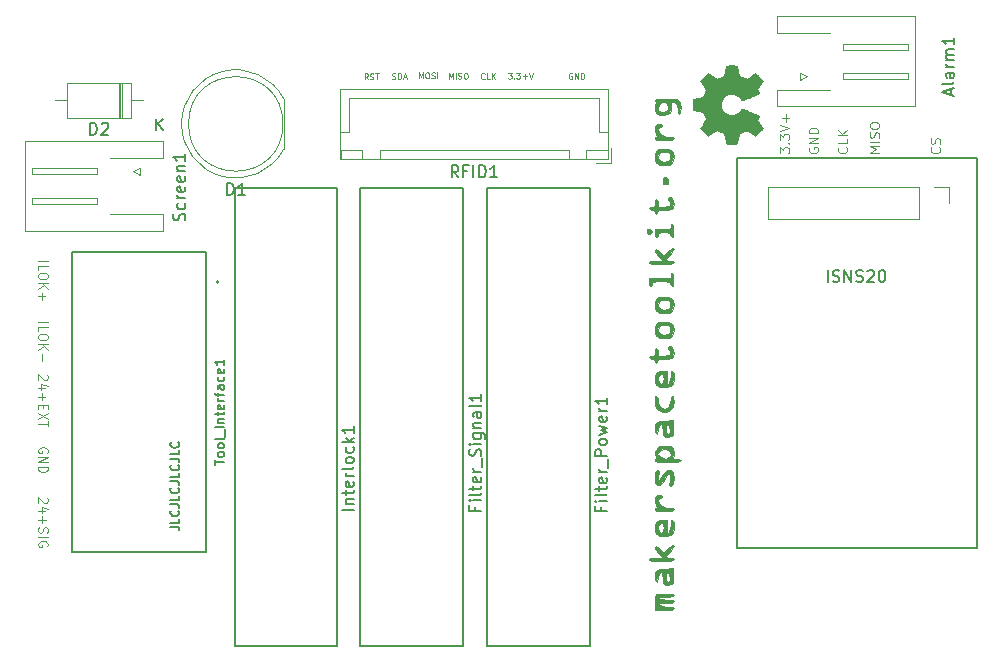
<source format=gbr>
G04 #@! TF.GenerationSoftware,KiCad,Pcbnew,(5.1.4-0)*
G04 #@! TF.CreationDate,2019-09-27T20:11:36-04:00*
G04 #@! TF.ProjectId,Pi_HAT_MACHINECLIENT,50695f48-4154-45f4-9d41-4348494e4543,rev?*
G04 #@! TF.SameCoordinates,Original*
G04 #@! TF.FileFunction,Legend,Top*
G04 #@! TF.FilePolarity,Positive*
%FSLAX46Y46*%
G04 Gerber Fmt 4.6, Leading zero omitted, Abs format (unit mm)*
G04 Created by KiCad (PCBNEW (5.1.4-0)) date 2019-09-27 20:11:36*
%MOMM*%
%LPD*%
G04 APERTURE LIST*
%ADD10C,0.125000*%
%ADD11C,0.187500*%
%ADD12C,0.200000*%
%ADD13C,0.010000*%
%ADD14C,0.120000*%
%ADD15C,0.150000*%
%ADD16C,0.127000*%
G04 APERTURE END LIST*
D10*
X55155714Y336666D02*
X55193809Y298571D01*
X55231904Y184285D01*
X55231904Y108095D01*
X55193809Y-6190D01*
X55117619Y-82380D01*
X55041428Y-120476D01*
X54889047Y-158571D01*
X54774761Y-158571D01*
X54622380Y-120476D01*
X54546190Y-82380D01*
X54470000Y-6190D01*
X54431904Y108095D01*
X54431904Y184285D01*
X54470000Y298571D01*
X54508095Y336666D01*
X55193809Y641428D02*
X55231904Y755714D01*
X55231904Y946190D01*
X55193809Y1022380D01*
X55155714Y1060476D01*
X55079523Y1098571D01*
X55003333Y1098571D01*
X54927142Y1060476D01*
X54889047Y1022380D01*
X54850952Y946190D01*
X54812857Y793809D01*
X54774761Y717619D01*
X54736666Y679523D01*
X54660476Y641428D01*
X54584285Y641428D01*
X54508095Y679523D01*
X54470000Y717619D01*
X54431904Y793809D01*
X54431904Y984285D01*
X54470000Y1098571D01*
X50081904Y-97142D02*
X49281904Y-97142D01*
X49853333Y169523D01*
X49281904Y436190D01*
X50081904Y436190D01*
X50081904Y817142D02*
X49281904Y817142D01*
X50043809Y1160000D02*
X50081904Y1274285D01*
X50081904Y1464761D01*
X50043809Y1540952D01*
X50005714Y1579047D01*
X49929523Y1617142D01*
X49853333Y1617142D01*
X49777142Y1579047D01*
X49739047Y1540952D01*
X49700952Y1464761D01*
X49662857Y1312380D01*
X49624761Y1236190D01*
X49586666Y1198095D01*
X49510476Y1160000D01*
X49434285Y1160000D01*
X49358095Y1198095D01*
X49320000Y1236190D01*
X49281904Y1312380D01*
X49281904Y1502857D01*
X49320000Y1617142D01*
X49281904Y2112380D02*
X49281904Y2264761D01*
X49320000Y2340952D01*
X49396190Y2417142D01*
X49548571Y2455238D01*
X49815238Y2455238D01*
X49967619Y2417142D01*
X50043809Y2340952D01*
X50081904Y2264761D01*
X50081904Y2112380D01*
X50043809Y2036190D01*
X49967619Y1960000D01*
X49815238Y1921904D01*
X49548571Y1921904D01*
X49396190Y1960000D01*
X49320000Y2036190D01*
X49281904Y2112380D01*
X47315714Y363809D02*
X47353809Y325714D01*
X47391904Y211428D01*
X47391904Y135238D01*
X47353809Y20952D01*
X47277619Y-55238D01*
X47201428Y-93333D01*
X47049047Y-131428D01*
X46934761Y-131428D01*
X46782380Y-93333D01*
X46706190Y-55238D01*
X46630000Y20952D01*
X46591904Y135238D01*
X46591904Y211428D01*
X46630000Y325714D01*
X46668095Y363809D01*
X47391904Y1087619D02*
X47391904Y706666D01*
X46591904Y706666D01*
X47391904Y1354285D02*
X46591904Y1354285D01*
X47391904Y1811428D02*
X46934761Y1468571D01*
X46591904Y1811428D02*
X47049047Y1354285D01*
X41671904Y-146190D02*
X41671904Y349047D01*
X41976666Y82380D01*
X41976666Y196666D01*
X42014761Y272857D01*
X42052857Y310952D01*
X42129047Y349047D01*
X42319523Y349047D01*
X42395714Y310952D01*
X42433809Y272857D01*
X42471904Y196666D01*
X42471904Y-31904D01*
X42433809Y-108095D01*
X42395714Y-146190D01*
X42395714Y691904D02*
X42433809Y730000D01*
X42471904Y691904D01*
X42433809Y653809D01*
X42395714Y691904D01*
X42471904Y691904D01*
X41671904Y996666D02*
X41671904Y1491904D01*
X41976666Y1225238D01*
X41976666Y1339523D01*
X42014761Y1415714D01*
X42052857Y1453809D01*
X42129047Y1491904D01*
X42319523Y1491904D01*
X42395714Y1453809D01*
X42433809Y1415714D01*
X42471904Y1339523D01*
X42471904Y1110952D01*
X42433809Y1034761D01*
X42395714Y996666D01*
X41671904Y1720476D02*
X42471904Y1987142D01*
X41671904Y2253809D01*
X42167142Y2520476D02*
X42167142Y3130000D01*
X42471904Y2825238D02*
X41862380Y2825238D01*
X44170000Y320476D02*
X44131904Y244285D01*
X44131904Y130000D01*
X44170000Y15714D01*
X44246190Y-60476D01*
X44322380Y-98571D01*
X44474761Y-136666D01*
X44589047Y-136666D01*
X44741428Y-98571D01*
X44817619Y-60476D01*
X44893809Y15714D01*
X44931904Y130000D01*
X44931904Y206190D01*
X44893809Y320476D01*
X44855714Y358571D01*
X44589047Y358571D01*
X44589047Y206190D01*
X44931904Y701428D02*
X44131904Y701428D01*
X44931904Y1158571D01*
X44131904Y1158571D01*
X44931904Y1539523D02*
X44131904Y1539523D01*
X44131904Y1730000D01*
X44170000Y1844285D01*
X44246190Y1920476D01*
X44322380Y1958571D01*
X44474761Y1996666D01*
X44589047Y1996666D01*
X44741428Y1958571D01*
X44817619Y1920476D01*
X44893809Y1844285D01*
X44931904Y1730000D01*
X44931904Y1539523D01*
X24089047Y6620000D02*
X24041428Y6643809D01*
X23970000Y6643809D01*
X23898571Y6620000D01*
X23850952Y6572380D01*
X23827142Y6524761D01*
X23803333Y6429523D01*
X23803333Y6358095D01*
X23827142Y6262857D01*
X23850952Y6215238D01*
X23898571Y6167619D01*
X23970000Y6143809D01*
X24017619Y6143809D01*
X24089047Y6167619D01*
X24112857Y6191428D01*
X24112857Y6358095D01*
X24017619Y6358095D01*
X24327142Y6143809D02*
X24327142Y6643809D01*
X24612857Y6143809D01*
X24612857Y6643809D01*
X24850952Y6143809D02*
X24850952Y6643809D01*
X24970000Y6643809D01*
X25041428Y6620000D01*
X25089047Y6572380D01*
X25112857Y6524761D01*
X25136666Y6429523D01*
X25136666Y6358095D01*
X25112857Y6262857D01*
X25089047Y6215238D01*
X25041428Y6167619D01*
X24970000Y6143809D01*
X24850952Y6143809D01*
X18652380Y6663809D02*
X18961904Y6663809D01*
X18795238Y6473333D01*
X18866666Y6473333D01*
X18914285Y6449523D01*
X18938095Y6425714D01*
X18961904Y6378095D01*
X18961904Y6259047D01*
X18938095Y6211428D01*
X18914285Y6187619D01*
X18866666Y6163809D01*
X18723809Y6163809D01*
X18676190Y6187619D01*
X18652380Y6211428D01*
X19176190Y6211428D02*
X19200000Y6187619D01*
X19176190Y6163809D01*
X19152380Y6187619D01*
X19176190Y6211428D01*
X19176190Y6163809D01*
X19366666Y6663809D02*
X19676190Y6663809D01*
X19509523Y6473333D01*
X19580952Y6473333D01*
X19628571Y6449523D01*
X19652380Y6425714D01*
X19676190Y6378095D01*
X19676190Y6259047D01*
X19652380Y6211428D01*
X19628571Y6187619D01*
X19580952Y6163809D01*
X19438095Y6163809D01*
X19390476Y6187619D01*
X19366666Y6211428D01*
X19890476Y6354285D02*
X20271428Y6354285D01*
X20080952Y6163809D02*
X20080952Y6544761D01*
X20438095Y6663809D02*
X20604761Y6163809D01*
X20771428Y6663809D01*
X6796190Y6103809D02*
X6629523Y6341904D01*
X6510476Y6103809D02*
X6510476Y6603809D01*
X6700952Y6603809D01*
X6748571Y6580000D01*
X6772380Y6556190D01*
X6796190Y6508571D01*
X6796190Y6437142D01*
X6772380Y6389523D01*
X6748571Y6365714D01*
X6700952Y6341904D01*
X6510476Y6341904D01*
X6986666Y6127619D02*
X7058095Y6103809D01*
X7177142Y6103809D01*
X7224761Y6127619D01*
X7248571Y6151428D01*
X7272380Y6199047D01*
X7272380Y6246666D01*
X7248571Y6294285D01*
X7224761Y6318095D01*
X7177142Y6341904D01*
X7081904Y6365714D01*
X7034285Y6389523D01*
X7010476Y6413333D01*
X6986666Y6460952D01*
X6986666Y6508571D01*
X7010476Y6556190D01*
X7034285Y6580000D01*
X7081904Y6603809D01*
X7200952Y6603809D01*
X7272380Y6580000D01*
X7415238Y6603809D02*
X7700952Y6603809D01*
X7558095Y6103809D02*
X7558095Y6603809D01*
X8842857Y6147619D02*
X8914285Y6123809D01*
X9033333Y6123809D01*
X9080952Y6147619D01*
X9104761Y6171428D01*
X9128571Y6219047D01*
X9128571Y6266666D01*
X9104761Y6314285D01*
X9080952Y6338095D01*
X9033333Y6361904D01*
X8938095Y6385714D01*
X8890476Y6409523D01*
X8866666Y6433333D01*
X8842857Y6480952D01*
X8842857Y6528571D01*
X8866666Y6576190D01*
X8890476Y6600000D01*
X8938095Y6623809D01*
X9057142Y6623809D01*
X9128571Y6600000D01*
X9342857Y6123809D02*
X9342857Y6623809D01*
X9461904Y6623809D01*
X9533333Y6600000D01*
X9580952Y6552380D01*
X9604761Y6504761D01*
X9628571Y6409523D01*
X9628571Y6338095D01*
X9604761Y6242857D01*
X9580952Y6195238D01*
X9533333Y6147619D01*
X9461904Y6123809D01*
X9342857Y6123809D01*
X9819047Y6266666D02*
X10057142Y6266666D01*
X9771428Y6123809D02*
X9938095Y6623809D01*
X10104761Y6123809D01*
X11104285Y6183809D02*
X11104285Y6683809D01*
X11270952Y6326666D01*
X11437619Y6683809D01*
X11437619Y6183809D01*
X11770952Y6683809D02*
X11866190Y6683809D01*
X11913809Y6660000D01*
X11961428Y6612380D01*
X11985238Y6517142D01*
X11985238Y6350476D01*
X11961428Y6255238D01*
X11913809Y6207619D01*
X11866190Y6183809D01*
X11770952Y6183809D01*
X11723333Y6207619D01*
X11675714Y6255238D01*
X11651904Y6350476D01*
X11651904Y6517142D01*
X11675714Y6612380D01*
X11723333Y6660000D01*
X11770952Y6683809D01*
X12175714Y6207619D02*
X12247142Y6183809D01*
X12366190Y6183809D01*
X12413809Y6207619D01*
X12437619Y6231428D01*
X12461428Y6279047D01*
X12461428Y6326666D01*
X12437619Y6374285D01*
X12413809Y6398095D01*
X12366190Y6421904D01*
X12270952Y6445714D01*
X12223333Y6469523D01*
X12199523Y6493333D01*
X12175714Y6540952D01*
X12175714Y6588571D01*
X12199523Y6636190D01*
X12223333Y6660000D01*
X12270952Y6683809D01*
X12390000Y6683809D01*
X12461428Y6660000D01*
X12675714Y6183809D02*
X12675714Y6683809D01*
X13644285Y6153809D02*
X13644285Y6653809D01*
X13810952Y6296666D01*
X13977619Y6653809D01*
X13977619Y6153809D01*
X14215714Y6153809D02*
X14215714Y6653809D01*
X14430000Y6177619D02*
X14501428Y6153809D01*
X14620476Y6153809D01*
X14668095Y6177619D01*
X14691904Y6201428D01*
X14715714Y6249047D01*
X14715714Y6296666D01*
X14691904Y6344285D01*
X14668095Y6368095D01*
X14620476Y6391904D01*
X14525238Y6415714D01*
X14477619Y6439523D01*
X14453809Y6463333D01*
X14430000Y6510952D01*
X14430000Y6558571D01*
X14453809Y6606190D01*
X14477619Y6630000D01*
X14525238Y6653809D01*
X14644285Y6653809D01*
X14715714Y6630000D01*
X15025238Y6653809D02*
X15120476Y6653809D01*
X15168095Y6630000D01*
X15215714Y6582380D01*
X15239523Y6487142D01*
X15239523Y6320476D01*
X15215714Y6225238D01*
X15168095Y6177619D01*
X15120476Y6153809D01*
X15025238Y6153809D01*
X14977619Y6177619D01*
X14930000Y6225238D01*
X14906190Y6320476D01*
X14906190Y6487142D01*
X14930000Y6582380D01*
X14977619Y6630000D01*
X15025238Y6653809D01*
X16672380Y6171428D02*
X16648571Y6147619D01*
X16577142Y6123809D01*
X16529523Y6123809D01*
X16458095Y6147619D01*
X16410476Y6195238D01*
X16386666Y6242857D01*
X16362857Y6338095D01*
X16362857Y6409523D01*
X16386666Y6504761D01*
X16410476Y6552380D01*
X16458095Y6600000D01*
X16529523Y6623809D01*
X16577142Y6623809D01*
X16648571Y6600000D01*
X16672380Y6576190D01*
X17124761Y6123809D02*
X16886666Y6123809D01*
X16886666Y6623809D01*
X17291428Y6123809D02*
X17291428Y6623809D01*
X17577142Y6123809D02*
X17362857Y6409523D01*
X17577142Y6623809D02*
X17291428Y6338095D01*
X-20378095Y-29313809D02*
X-20340000Y-29351904D01*
X-20301904Y-29428095D01*
X-20301904Y-29618571D01*
X-20340000Y-29694761D01*
X-20378095Y-29732857D01*
X-20454285Y-29770952D01*
X-20530476Y-29770952D01*
X-20644761Y-29732857D01*
X-21101904Y-29275714D01*
X-21101904Y-29770952D01*
X-20568571Y-30456666D02*
X-21101904Y-30456666D01*
X-20263809Y-30266190D02*
X-20835238Y-30075714D01*
X-20835238Y-30570952D01*
X-20797142Y-30875714D02*
X-20797142Y-31485238D01*
X-21101904Y-31180476D02*
X-20492380Y-31180476D01*
X-21063809Y-31828095D02*
X-21101904Y-31942380D01*
X-21101904Y-32132857D01*
X-21063809Y-32209047D01*
X-21025714Y-32247142D01*
X-20949523Y-32285238D01*
X-20873333Y-32285238D01*
X-20797142Y-32247142D01*
X-20759047Y-32209047D01*
X-20720952Y-32132857D01*
X-20682857Y-31980476D01*
X-20644761Y-31904285D01*
X-20606666Y-31866190D01*
X-20530476Y-31828095D01*
X-20454285Y-31828095D01*
X-20378095Y-31866190D01*
X-20340000Y-31904285D01*
X-20301904Y-31980476D01*
X-20301904Y-32170952D01*
X-20340000Y-32285238D01*
X-21101904Y-32628095D02*
X-20301904Y-32628095D01*
X-20340000Y-33428095D02*
X-20301904Y-33351904D01*
X-20301904Y-33237619D01*
X-20340000Y-33123333D01*
X-20416190Y-33047142D01*
X-20492380Y-33009047D01*
X-20644761Y-32970952D01*
X-20759047Y-32970952D01*
X-20911428Y-33009047D01*
X-20987619Y-33047142D01*
X-21063809Y-33123333D01*
X-21101904Y-33237619D01*
X-21101904Y-33313809D01*
X-21063809Y-33428095D01*
X-21025714Y-33466190D01*
X-20759047Y-33466190D01*
X-20759047Y-33313809D01*
X-20388095Y-18907619D02*
X-20350000Y-18945714D01*
X-20311904Y-19021904D01*
X-20311904Y-19212380D01*
X-20350000Y-19288571D01*
X-20388095Y-19326666D01*
X-20464285Y-19364761D01*
X-20540476Y-19364761D01*
X-20654761Y-19326666D01*
X-21111904Y-18869523D01*
X-21111904Y-19364761D01*
X-20578571Y-20050476D02*
X-21111904Y-20050476D01*
X-20273809Y-19860000D02*
X-20845238Y-19669523D01*
X-20845238Y-20164761D01*
X-20807142Y-20469523D02*
X-20807142Y-21079047D01*
X-21111904Y-20774285D02*
X-20502380Y-20774285D01*
X-20692857Y-21460000D02*
X-20692857Y-21726666D01*
X-21111904Y-21840952D02*
X-21111904Y-21460000D01*
X-20311904Y-21460000D01*
X-20311904Y-21840952D01*
X-20311904Y-22107619D02*
X-21111904Y-22640952D01*
X-20311904Y-22640952D02*
X-21111904Y-22107619D01*
X-20311904Y-22831428D02*
X-20311904Y-23288571D01*
X-21111904Y-23060000D02*
X-20311904Y-23060000D01*
X-21111904Y-14461904D02*
X-20311904Y-14461904D01*
X-21111904Y-15223809D02*
X-21111904Y-14842857D01*
X-20311904Y-14842857D01*
X-20311904Y-15642857D02*
X-20311904Y-15795238D01*
X-20350000Y-15871428D01*
X-20426190Y-15947619D01*
X-20578571Y-15985714D01*
X-20845238Y-15985714D01*
X-20997619Y-15947619D01*
X-21073809Y-15871428D01*
X-21111904Y-15795238D01*
X-21111904Y-15642857D01*
X-21073809Y-15566666D01*
X-20997619Y-15490476D01*
X-20845238Y-15452380D01*
X-20578571Y-15452380D01*
X-20426190Y-15490476D01*
X-20350000Y-15566666D01*
X-20311904Y-15642857D01*
X-21111904Y-16328571D02*
X-20311904Y-16328571D01*
X-21111904Y-16785714D02*
X-20654761Y-16442857D01*
X-20311904Y-16785714D02*
X-20769047Y-16328571D01*
X-20807142Y-17128571D02*
X-20807142Y-17738095D01*
X-21111904Y-9291904D02*
X-20311904Y-9291904D01*
X-21111904Y-10053809D02*
X-21111904Y-9672857D01*
X-20311904Y-9672857D01*
X-20311904Y-10472857D02*
X-20311904Y-10625238D01*
X-20350000Y-10701428D01*
X-20426190Y-10777619D01*
X-20578571Y-10815714D01*
X-20845238Y-10815714D01*
X-20997619Y-10777619D01*
X-21073809Y-10701428D01*
X-21111904Y-10625238D01*
X-21111904Y-10472857D01*
X-21073809Y-10396666D01*
X-20997619Y-10320476D01*
X-20845238Y-10282380D01*
X-20578571Y-10282380D01*
X-20426190Y-10320476D01*
X-20350000Y-10396666D01*
X-20311904Y-10472857D01*
X-21111904Y-11158571D02*
X-20311904Y-11158571D01*
X-21111904Y-11615714D02*
X-20654761Y-11272857D01*
X-20311904Y-11615714D02*
X-20769047Y-11158571D01*
X-20807142Y-11958571D02*
X-20807142Y-12568095D01*
X-21111904Y-12263333D02*
X-20502380Y-12263333D01*
X-20350000Y-25490476D02*
X-20311904Y-25414285D01*
X-20311904Y-25300000D01*
X-20350000Y-25185714D01*
X-20426190Y-25109523D01*
X-20502380Y-25071428D01*
X-20654761Y-25033333D01*
X-20769047Y-25033333D01*
X-20921428Y-25071428D01*
X-20997619Y-25109523D01*
X-21073809Y-25185714D01*
X-21111904Y-25300000D01*
X-21111904Y-25376190D01*
X-21073809Y-25490476D01*
X-21035714Y-25528571D01*
X-20769047Y-25528571D01*
X-20769047Y-25376190D01*
X-21111904Y-25871428D02*
X-20311904Y-25871428D01*
X-21111904Y-26328571D01*
X-20311904Y-26328571D01*
X-21111904Y-26709523D02*
X-20311904Y-26709523D01*
X-20311904Y-26900000D01*
X-20350000Y-27014285D01*
X-20426190Y-27090476D01*
X-20502380Y-27128571D01*
X-20654761Y-27166666D01*
X-20769047Y-27166666D01*
X-20921428Y-27128571D01*
X-20997619Y-27090476D01*
X-21073809Y-27014285D01*
X-21111904Y-26900000D01*
X-21111904Y-26709523D01*
D11*
X-9930714Y-31794285D02*
X-9395000Y-31794285D01*
X-9287857Y-31830000D01*
X-9216428Y-31901428D01*
X-9180714Y-32008571D01*
X-9180714Y-32080000D01*
X-9180714Y-31080000D02*
X-9180714Y-31437142D01*
X-9930714Y-31437142D01*
X-9252142Y-30401428D02*
X-9216428Y-30437142D01*
X-9180714Y-30544285D01*
X-9180714Y-30615714D01*
X-9216428Y-30722857D01*
X-9287857Y-30794285D01*
X-9359285Y-30830000D01*
X-9502142Y-30865714D01*
X-9609285Y-30865714D01*
X-9752142Y-30830000D01*
X-9823571Y-30794285D01*
X-9895000Y-30722857D01*
X-9930714Y-30615714D01*
X-9930714Y-30544285D01*
X-9895000Y-30437142D01*
X-9859285Y-30401428D01*
X-9930714Y-29865714D02*
X-9395000Y-29865714D01*
X-9287857Y-29901428D01*
X-9216428Y-29972857D01*
X-9180714Y-30080000D01*
X-9180714Y-30151428D01*
X-9180714Y-29151428D02*
X-9180714Y-29508571D01*
X-9930714Y-29508571D01*
X-9252142Y-28472857D02*
X-9216428Y-28508571D01*
X-9180714Y-28615714D01*
X-9180714Y-28687142D01*
X-9216428Y-28794285D01*
X-9287857Y-28865714D01*
X-9359285Y-28901428D01*
X-9502142Y-28937142D01*
X-9609285Y-28937142D01*
X-9752142Y-28901428D01*
X-9823571Y-28865714D01*
X-9895000Y-28794285D01*
X-9930714Y-28687142D01*
X-9930714Y-28615714D01*
X-9895000Y-28508571D01*
X-9859285Y-28472857D01*
X-9930714Y-27937142D02*
X-9395000Y-27937142D01*
X-9287857Y-27972857D01*
X-9216428Y-28044285D01*
X-9180714Y-28151428D01*
X-9180714Y-28222857D01*
X-9180714Y-27222857D02*
X-9180714Y-27580000D01*
X-9930714Y-27580000D01*
X-9252142Y-26544285D02*
X-9216428Y-26580000D01*
X-9180714Y-26687142D01*
X-9180714Y-26758571D01*
X-9216428Y-26865714D01*
X-9287857Y-26937142D01*
X-9359285Y-26972857D01*
X-9502142Y-27008571D01*
X-9609285Y-27008571D01*
X-9752142Y-26972857D01*
X-9823571Y-26937142D01*
X-9895000Y-26865714D01*
X-9930714Y-26758571D01*
X-9930714Y-26687142D01*
X-9895000Y-26580000D01*
X-9859285Y-26544285D01*
X-9930714Y-26008571D02*
X-9395000Y-26008571D01*
X-9287857Y-26044285D01*
X-9216428Y-26115714D01*
X-9180714Y-26222857D01*
X-9180714Y-26294285D01*
X-9180714Y-25294285D02*
X-9180714Y-25651428D01*
X-9930714Y-25651428D01*
X-9252142Y-24615714D02*
X-9216428Y-24651428D01*
X-9180714Y-24758571D01*
X-9180714Y-24830000D01*
X-9216428Y-24937142D01*
X-9287857Y-25008571D01*
X-9359285Y-25044285D01*
X-9502142Y-25080000D01*
X-9609285Y-25080000D01*
X-9752142Y-25044285D01*
X-9823571Y-25008571D01*
X-9895000Y-24937142D01*
X-9930714Y-24830000D01*
X-9930714Y-24758571D01*
X-9895000Y-24651428D01*
X-9859285Y-24615714D01*
D12*
X58369199Y-33578801D02*
X58369199Y-558801D01*
X38049199Y-33578801D02*
X58369199Y-33578801D01*
X38049199Y-558801D02*
X38049199Y-33578801D01*
X58369199Y-558801D02*
X38049199Y-558801D01*
D13*
G36*
X34748931Y4515814D02*
G01*
X35193555Y4599635D01*
X35321053Y4908920D01*
X35448551Y5218206D01*
X35196246Y5589246D01*
X35125996Y5693157D01*
X35063272Y5787087D01*
X35010938Y5866652D01*
X34971857Y5927470D01*
X34948893Y5965157D01*
X34943942Y5975421D01*
X34956676Y5993910D01*
X34991882Y6033420D01*
X35045062Y6089522D01*
X35111718Y6157787D01*
X35187354Y6233786D01*
X35267472Y6313092D01*
X35347574Y6391275D01*
X35423164Y6463907D01*
X35489745Y6526559D01*
X35542818Y6574803D01*
X35577887Y6604210D01*
X35589623Y6611241D01*
X35611260Y6601123D01*
X35658662Y6572759D01*
X35727193Y6529129D01*
X35812215Y6473218D01*
X35909093Y6408006D01*
X35964350Y6370219D01*
X36065248Y6301343D01*
X36156299Y6240140D01*
X36232970Y6189578D01*
X36290728Y6152628D01*
X36325043Y6132258D01*
X36332254Y6129197D01*
X36352748Y6136136D01*
X36400513Y6155051D01*
X36468832Y6183087D01*
X36550989Y6217391D01*
X36640270Y6255109D01*
X36729958Y6293387D01*
X36813338Y6329370D01*
X36883694Y6360206D01*
X36934310Y6383039D01*
X36958471Y6395017D01*
X36959422Y6395724D01*
X36964036Y6414531D01*
X36974328Y6464618D01*
X36989287Y6540793D01*
X37007901Y6637865D01*
X37029159Y6750643D01*
X37041418Y6816442D01*
X37064362Y6936950D01*
X37086195Y7045797D01*
X37105722Y7137476D01*
X37121748Y7206481D01*
X37133079Y7247304D01*
X37136674Y7255511D01*
X37161006Y7263548D01*
X37215959Y7270033D01*
X37295108Y7274970D01*
X37392026Y7278364D01*
X37500287Y7280218D01*
X37613465Y7280538D01*
X37725135Y7279327D01*
X37828868Y7276590D01*
X37918241Y7272331D01*
X37986826Y7266555D01*
X38028197Y7259267D01*
X38036810Y7254895D01*
X38047133Y7228764D01*
X38061892Y7173393D01*
X38079352Y7096107D01*
X38097780Y7004230D01*
X38103741Y6972158D01*
X38132066Y6817524D01*
X38154876Y6695375D01*
X38173080Y6601673D01*
X38187583Y6532384D01*
X38199292Y6483471D01*
X38209115Y6450897D01*
X38217956Y6430628D01*
X38226724Y6418626D01*
X38228457Y6416947D01*
X38256371Y6400184D01*
X38310695Y6374614D01*
X38384777Y6342788D01*
X38471965Y6307260D01*
X38565608Y6270583D01*
X38659052Y6235311D01*
X38745647Y6203996D01*
X38818740Y6179193D01*
X38871678Y6163454D01*
X38897811Y6159332D01*
X38898726Y6159676D01*
X38920086Y6173641D01*
X38967084Y6205322D01*
X39034827Y6251391D01*
X39118423Y6308518D01*
X39212982Y6373373D01*
X39239854Y6391843D01*
X39337275Y6457699D01*
X39426163Y6515650D01*
X39501412Y6562538D01*
X39557920Y6595207D01*
X39590581Y6610500D01*
X39594593Y6611241D01*
X39615684Y6598392D01*
X39657464Y6562888D01*
X39715445Y6509293D01*
X39785135Y6442171D01*
X39862045Y6366087D01*
X39941683Y6285604D01*
X40019561Y6205287D01*
X40091186Y6129699D01*
X40152070Y6063405D01*
X40197721Y6010969D01*
X40223650Y5976955D01*
X40227883Y5967545D01*
X40217912Y5945643D01*
X40191020Y5900800D01*
X40151736Y5840321D01*
X40120117Y5793789D01*
X40062098Y5709475D01*
X39993784Y5609626D01*
X39925579Y5509473D01*
X39889075Y5455627D01*
X39765800Y5273371D01*
X39848520Y5120381D01*
X39884759Y5050682D01*
X39912926Y4991414D01*
X39928991Y4951311D01*
X39931226Y4941103D01*
X39914722Y4928829D01*
X39868082Y4904613D01*
X39795609Y4870263D01*
X39701606Y4827588D01*
X39590374Y4778394D01*
X39466215Y4724490D01*
X39333432Y4667684D01*
X39196327Y4609782D01*
X39059202Y4552593D01*
X38926358Y4497924D01*
X38802098Y4447584D01*
X38690725Y4403380D01*
X38596539Y4367119D01*
X38523844Y4340609D01*
X38476941Y4325658D01*
X38460833Y4323254D01*
X38440286Y4342311D01*
X38406933Y4384036D01*
X38367702Y4439706D01*
X38364599Y4444378D01*
X38249423Y4588264D01*
X38115053Y4704283D01*
X37965784Y4791430D01*
X37805913Y4848699D01*
X37639737Y4875086D01*
X37471552Y4869585D01*
X37305655Y4831190D01*
X37146342Y4758895D01*
X37111487Y4737626D01*
X36970737Y4626996D01*
X36857714Y4496302D01*
X36773003Y4350064D01*
X36717194Y4192808D01*
X36690874Y4029057D01*
X36694630Y3863333D01*
X36729050Y3700162D01*
X36794723Y3544065D01*
X36892235Y3399567D01*
X36931813Y3354869D01*
X37055703Y3241112D01*
X37186124Y3158218D01*
X37332315Y3101356D01*
X37477088Y3069687D01*
X37639860Y3061869D01*
X37803440Y3087938D01*
X37962298Y3145245D01*
X38110906Y3231144D01*
X38243735Y3342986D01*
X38355256Y3478123D01*
X38367011Y3495883D01*
X38405508Y3552150D01*
X38438863Y3594923D01*
X38460160Y3615372D01*
X38460833Y3615669D01*
X38483871Y3611279D01*
X38536157Y3593876D01*
X38613390Y3565268D01*
X38711268Y3527265D01*
X38825491Y3481674D01*
X38951758Y3430303D01*
X39085767Y3374962D01*
X39223218Y3317458D01*
X39359808Y3259601D01*
X39491237Y3203198D01*
X39613205Y3150058D01*
X39721409Y3101990D01*
X39811549Y3060801D01*
X39879323Y3028301D01*
X39920430Y3006297D01*
X39931226Y2997436D01*
X39922819Y2970360D01*
X39900272Y2919697D01*
X39867613Y2854183D01*
X39848520Y2818159D01*
X39765800Y2665168D01*
X39889075Y2482912D01*
X39952228Y2389875D01*
X40021727Y2288015D01*
X40087165Y2192562D01*
X40120117Y2144750D01*
X40165273Y2077505D01*
X40201057Y2020564D01*
X40222938Y1981354D01*
X40227563Y1968619D01*
X40215085Y1950083D01*
X40180252Y1909059D01*
X40126678Y1849525D01*
X40057983Y1775458D01*
X39977781Y1690835D01*
X39926286Y1637315D01*
X39834286Y1543681D01*
X39751999Y1462759D01*
X39682945Y1397823D01*
X39630644Y1352142D01*
X39598616Y1328989D01*
X39592116Y1326768D01*
X39567394Y1337076D01*
X39517405Y1365561D01*
X39447212Y1409063D01*
X39361875Y1464423D01*
X39266456Y1528480D01*
X39239854Y1546697D01*
X39143167Y1613073D01*
X39056117Y1672622D01*
X38983595Y1722016D01*
X38930493Y1757925D01*
X38901703Y1777019D01*
X38898726Y1778864D01*
X38875782Y1776105D01*
X38825336Y1761462D01*
X38754041Y1737487D01*
X38668547Y1706734D01*
X38575507Y1671756D01*
X38481574Y1635107D01*
X38393399Y1599339D01*
X38317634Y1567006D01*
X38260931Y1540662D01*
X38229943Y1522858D01*
X38228457Y1521593D01*
X38219601Y1510706D01*
X38210843Y1492318D01*
X38201277Y1462394D01*
X38189996Y1416897D01*
X38176093Y1351791D01*
X38158663Y1263039D01*
X38136798Y1146607D01*
X38109591Y998458D01*
X38103741Y966382D01*
X38085374Y871314D01*
X38067405Y788435D01*
X38051569Y725070D01*
X38039600Y688542D01*
X38036810Y683644D01*
X38012072Y675573D01*
X37956790Y669013D01*
X37877389Y663967D01*
X37780296Y660441D01*
X37671938Y658439D01*
X37558740Y657964D01*
X37447128Y659023D01*
X37343529Y661618D01*
X37254368Y665754D01*
X37186072Y671437D01*
X37145066Y678669D01*
X37136674Y683029D01*
X37128208Y707302D01*
X37114435Y762574D01*
X37096550Y843338D01*
X37075748Y944088D01*
X37053223Y1059317D01*
X37041418Y1122098D01*
X37019151Y1241213D01*
X36998979Y1347435D01*
X36981915Y1435573D01*
X36968969Y1500434D01*
X36961155Y1536826D01*
X36959422Y1542816D01*
X36939890Y1552939D01*
X36892843Y1574338D01*
X36825003Y1604161D01*
X36743091Y1639555D01*
X36653828Y1677668D01*
X36563935Y1715647D01*
X36480135Y1750640D01*
X36409147Y1779794D01*
X36357694Y1800257D01*
X36332497Y1809177D01*
X36331396Y1809343D01*
X36311519Y1799231D01*
X36265777Y1770883D01*
X36198717Y1727277D01*
X36114884Y1671394D01*
X36018826Y1606213D01*
X35963650Y1568321D01*
X35862481Y1499275D01*
X35770630Y1437950D01*
X35692744Y1387337D01*
X35633469Y1350429D01*
X35597451Y1330218D01*
X35589377Y1327299D01*
X35570584Y1339847D01*
X35530457Y1374537D01*
X35473493Y1426937D01*
X35404185Y1492616D01*
X35327031Y1567144D01*
X35246525Y1646087D01*
X35167163Y1725017D01*
X35093440Y1799500D01*
X35029852Y1865106D01*
X34980894Y1917404D01*
X34951061Y1951961D01*
X34943942Y1963522D01*
X34953953Y1982346D01*
X34982078Y2027369D01*
X35025454Y2094213D01*
X35081218Y2178501D01*
X35146506Y2275856D01*
X35196246Y2349293D01*
X35448551Y2720333D01*
X35193555Y3338905D01*
X34748931Y3422725D01*
X34304307Y3506546D01*
X34304307Y4431994D01*
X34748931Y4515814D01*
X34748931Y4515814D01*
G37*
X34748931Y4515814D02*
X35193555Y4599635D01*
X35321053Y4908920D01*
X35448551Y5218206D01*
X35196246Y5589246D01*
X35125996Y5693157D01*
X35063272Y5787087D01*
X35010938Y5866652D01*
X34971857Y5927470D01*
X34948893Y5965157D01*
X34943942Y5975421D01*
X34956676Y5993910D01*
X34991882Y6033420D01*
X35045062Y6089522D01*
X35111718Y6157787D01*
X35187354Y6233786D01*
X35267472Y6313092D01*
X35347574Y6391275D01*
X35423164Y6463907D01*
X35489745Y6526559D01*
X35542818Y6574803D01*
X35577887Y6604210D01*
X35589623Y6611241D01*
X35611260Y6601123D01*
X35658662Y6572759D01*
X35727193Y6529129D01*
X35812215Y6473218D01*
X35909093Y6408006D01*
X35964350Y6370219D01*
X36065248Y6301343D01*
X36156299Y6240140D01*
X36232970Y6189578D01*
X36290728Y6152628D01*
X36325043Y6132258D01*
X36332254Y6129197D01*
X36352748Y6136136D01*
X36400513Y6155051D01*
X36468832Y6183087D01*
X36550989Y6217391D01*
X36640270Y6255109D01*
X36729958Y6293387D01*
X36813338Y6329370D01*
X36883694Y6360206D01*
X36934310Y6383039D01*
X36958471Y6395017D01*
X36959422Y6395724D01*
X36964036Y6414531D01*
X36974328Y6464618D01*
X36989287Y6540793D01*
X37007901Y6637865D01*
X37029159Y6750643D01*
X37041418Y6816442D01*
X37064362Y6936950D01*
X37086195Y7045797D01*
X37105722Y7137476D01*
X37121748Y7206481D01*
X37133079Y7247304D01*
X37136674Y7255511D01*
X37161006Y7263548D01*
X37215959Y7270033D01*
X37295108Y7274970D01*
X37392026Y7278364D01*
X37500287Y7280218D01*
X37613465Y7280538D01*
X37725135Y7279327D01*
X37828868Y7276590D01*
X37918241Y7272331D01*
X37986826Y7266555D01*
X38028197Y7259267D01*
X38036810Y7254895D01*
X38047133Y7228764D01*
X38061892Y7173393D01*
X38079352Y7096107D01*
X38097780Y7004230D01*
X38103741Y6972158D01*
X38132066Y6817524D01*
X38154876Y6695375D01*
X38173080Y6601673D01*
X38187583Y6532384D01*
X38199292Y6483471D01*
X38209115Y6450897D01*
X38217956Y6430628D01*
X38226724Y6418626D01*
X38228457Y6416947D01*
X38256371Y6400184D01*
X38310695Y6374614D01*
X38384777Y6342788D01*
X38471965Y6307260D01*
X38565608Y6270583D01*
X38659052Y6235311D01*
X38745647Y6203996D01*
X38818740Y6179193D01*
X38871678Y6163454D01*
X38897811Y6159332D01*
X38898726Y6159676D01*
X38920086Y6173641D01*
X38967084Y6205322D01*
X39034827Y6251391D01*
X39118423Y6308518D01*
X39212982Y6373373D01*
X39239854Y6391843D01*
X39337275Y6457699D01*
X39426163Y6515650D01*
X39501412Y6562538D01*
X39557920Y6595207D01*
X39590581Y6610500D01*
X39594593Y6611241D01*
X39615684Y6598392D01*
X39657464Y6562888D01*
X39715445Y6509293D01*
X39785135Y6442171D01*
X39862045Y6366087D01*
X39941683Y6285604D01*
X40019561Y6205287D01*
X40091186Y6129699D01*
X40152070Y6063405D01*
X40197721Y6010969D01*
X40223650Y5976955D01*
X40227883Y5967545D01*
X40217912Y5945643D01*
X40191020Y5900800D01*
X40151736Y5840321D01*
X40120117Y5793789D01*
X40062098Y5709475D01*
X39993784Y5609626D01*
X39925579Y5509473D01*
X39889075Y5455627D01*
X39765800Y5273371D01*
X39848520Y5120381D01*
X39884759Y5050682D01*
X39912926Y4991414D01*
X39928991Y4951311D01*
X39931226Y4941103D01*
X39914722Y4928829D01*
X39868082Y4904613D01*
X39795609Y4870263D01*
X39701606Y4827588D01*
X39590374Y4778394D01*
X39466215Y4724490D01*
X39333432Y4667684D01*
X39196327Y4609782D01*
X39059202Y4552593D01*
X38926358Y4497924D01*
X38802098Y4447584D01*
X38690725Y4403380D01*
X38596539Y4367119D01*
X38523844Y4340609D01*
X38476941Y4325658D01*
X38460833Y4323254D01*
X38440286Y4342311D01*
X38406933Y4384036D01*
X38367702Y4439706D01*
X38364599Y4444378D01*
X38249423Y4588264D01*
X38115053Y4704283D01*
X37965784Y4791430D01*
X37805913Y4848699D01*
X37639737Y4875086D01*
X37471552Y4869585D01*
X37305655Y4831190D01*
X37146342Y4758895D01*
X37111487Y4737626D01*
X36970737Y4626996D01*
X36857714Y4496302D01*
X36773003Y4350064D01*
X36717194Y4192808D01*
X36690874Y4029057D01*
X36694630Y3863333D01*
X36729050Y3700162D01*
X36794723Y3544065D01*
X36892235Y3399567D01*
X36931813Y3354869D01*
X37055703Y3241112D01*
X37186124Y3158218D01*
X37332315Y3101356D01*
X37477088Y3069687D01*
X37639860Y3061869D01*
X37803440Y3087938D01*
X37962298Y3145245D01*
X38110906Y3231144D01*
X38243735Y3342986D01*
X38355256Y3478123D01*
X38367011Y3495883D01*
X38405508Y3552150D01*
X38438863Y3594923D01*
X38460160Y3615372D01*
X38460833Y3615669D01*
X38483871Y3611279D01*
X38536157Y3593876D01*
X38613390Y3565268D01*
X38711268Y3527265D01*
X38825491Y3481674D01*
X38951758Y3430303D01*
X39085767Y3374962D01*
X39223218Y3317458D01*
X39359808Y3259601D01*
X39491237Y3203198D01*
X39613205Y3150058D01*
X39721409Y3101990D01*
X39811549Y3060801D01*
X39879323Y3028301D01*
X39920430Y3006297D01*
X39931226Y2997436D01*
X39922819Y2970360D01*
X39900272Y2919697D01*
X39867613Y2854183D01*
X39848520Y2818159D01*
X39765800Y2665168D01*
X39889075Y2482912D01*
X39952228Y2389875D01*
X40021727Y2288015D01*
X40087165Y2192562D01*
X40120117Y2144750D01*
X40165273Y2077505D01*
X40201057Y2020564D01*
X40222938Y1981354D01*
X40227563Y1968619D01*
X40215085Y1950083D01*
X40180252Y1909059D01*
X40126678Y1849525D01*
X40057983Y1775458D01*
X39977781Y1690835D01*
X39926286Y1637315D01*
X39834286Y1543681D01*
X39751999Y1462759D01*
X39682945Y1397823D01*
X39630644Y1352142D01*
X39598616Y1328989D01*
X39592116Y1326768D01*
X39567394Y1337076D01*
X39517405Y1365561D01*
X39447212Y1409063D01*
X39361875Y1464423D01*
X39266456Y1528480D01*
X39239854Y1546697D01*
X39143167Y1613073D01*
X39056117Y1672622D01*
X38983595Y1722016D01*
X38930493Y1757925D01*
X38901703Y1777019D01*
X38898726Y1778864D01*
X38875782Y1776105D01*
X38825336Y1761462D01*
X38754041Y1737487D01*
X38668547Y1706734D01*
X38575507Y1671756D01*
X38481574Y1635107D01*
X38393399Y1599339D01*
X38317634Y1567006D01*
X38260931Y1540662D01*
X38229943Y1522858D01*
X38228457Y1521593D01*
X38219601Y1510706D01*
X38210843Y1492318D01*
X38201277Y1462394D01*
X38189996Y1416897D01*
X38176093Y1351791D01*
X38158663Y1263039D01*
X38136798Y1146607D01*
X38109591Y998458D01*
X38103741Y966382D01*
X38085374Y871314D01*
X38067405Y788435D01*
X38051569Y725070D01*
X38039600Y688542D01*
X38036810Y683644D01*
X38012072Y675573D01*
X37956790Y669013D01*
X37877389Y663967D01*
X37780296Y660441D01*
X37671938Y658439D01*
X37558740Y657964D01*
X37447128Y659023D01*
X37343529Y661618D01*
X37254368Y665754D01*
X37186072Y671437D01*
X37145066Y678669D01*
X37136674Y683029D01*
X37128208Y707302D01*
X37114435Y762574D01*
X37096550Y843338D01*
X37075748Y944088D01*
X37053223Y1059317D01*
X37041418Y1122098D01*
X37019151Y1241213D01*
X36998979Y1347435D01*
X36981915Y1435573D01*
X36968969Y1500434D01*
X36961155Y1536826D01*
X36959422Y1542816D01*
X36939890Y1552939D01*
X36892843Y1574338D01*
X36825003Y1604161D01*
X36743091Y1639555D01*
X36653828Y1677668D01*
X36563935Y1715647D01*
X36480135Y1750640D01*
X36409147Y1779794D01*
X36357694Y1800257D01*
X36332497Y1809177D01*
X36331396Y1809343D01*
X36311519Y1799231D01*
X36265777Y1770883D01*
X36198717Y1727277D01*
X36114884Y1671394D01*
X36018826Y1606213D01*
X35963650Y1568321D01*
X35862481Y1499275D01*
X35770630Y1437950D01*
X35692744Y1387337D01*
X35633469Y1350429D01*
X35597451Y1330218D01*
X35589377Y1327299D01*
X35570584Y1339847D01*
X35530457Y1374537D01*
X35473493Y1426937D01*
X35404185Y1492616D01*
X35327031Y1567144D01*
X35246525Y1646087D01*
X35167163Y1725017D01*
X35093440Y1799500D01*
X35029852Y1865106D01*
X34980894Y1917404D01*
X34951061Y1951961D01*
X34943942Y1963522D01*
X34953953Y1982346D01*
X34982078Y2027369D01*
X35025454Y2094213D01*
X35081218Y2178501D01*
X35146506Y2275856D01*
X35196246Y2349293D01*
X35448551Y2720333D01*
X35193555Y3338905D01*
X34748931Y3422725D01*
X34304307Y3506546D01*
X34304307Y4431994D01*
X34748931Y4515814D01*
D14*
X-330000Y188000D02*
X-330000Y4472000D01*
X-390000Y2330000D02*
G75*
G03X-390000Y2330000I-4000000J0D01*
G01*
X-8980000Y2329514D02*
G75*
G02X-330000Y4471145I4590000J486D01*
G01*
X-8980000Y2330486D02*
G75*
G03X-330000Y188855I4590000J-486D01*
G01*
D15*
X-4490200Y-41900000D02*
X4209800Y-41900000D01*
X4209800Y-3100000D02*
X4209800Y-41900000D01*
X-4490200Y-3100000D02*
X-4490200Y-41900000D01*
X-4490200Y-3100000D02*
X4209800Y-3100000D01*
X14827000Y-3100000D02*
X6127000Y-3100000D01*
X6127000Y-41900000D02*
X6127000Y-3100000D01*
X14827000Y-41900000D02*
X14827000Y-3100000D01*
X14827000Y-41900000D02*
X6127000Y-41900000D01*
X16922500Y-41900000D02*
X25622500Y-41900000D01*
X25622500Y-3100000D02*
X25622500Y-41900000D01*
X16922500Y-3100000D02*
X16922500Y-41900000D01*
X16922500Y-3100000D02*
X25622500Y-3100000D01*
D13*
G36*
X31119960Y-26044353D02*
G01*
X31160312Y-26030000D01*
X31204712Y-25978172D01*
X31160312Y-25866233D01*
X31079425Y-25612837D01*
X31133938Y-25363783D01*
X31247765Y-25175237D01*
X31364287Y-25035150D01*
X31495132Y-24961397D01*
X31697146Y-24933162D01*
X31919333Y-24929333D01*
X32208077Y-24937640D01*
X32384609Y-24976437D01*
X32505770Y-25066537D01*
X32590901Y-25175237D01*
X32731342Y-25459392D01*
X32756917Y-25727525D01*
X32664400Y-25928400D01*
X32635425Y-25993008D01*
X32733249Y-26023679D01*
X32918400Y-26030000D01*
X33160209Y-26049027D01*
X33264453Y-26112815D01*
X33274000Y-26157000D01*
X33249470Y-26209893D01*
X33159183Y-26246145D01*
X32978091Y-26268647D01*
X32681147Y-26280288D01*
X32243302Y-26283958D01*
X32173333Y-26284000D01*
X32015074Y-26283023D01*
X32015074Y-26007124D01*
X32270213Y-25869016D01*
X32288915Y-25854522D01*
X32457231Y-25708486D01*
X32494090Y-25599040D01*
X32404692Y-25462786D01*
X32327908Y-25379290D01*
X32074890Y-25213337D01*
X31799314Y-25206807D01*
X31533207Y-25358828D01*
X31489591Y-25402102D01*
X31284333Y-25620870D01*
X31521887Y-25825435D01*
X31780224Y-25993150D01*
X32015074Y-26007124D01*
X32015074Y-26283023D01*
X31714926Y-26281170D01*
X31400741Y-26270752D01*
X31205728Y-26249857D01*
X31104842Y-26215594D01*
X31073034Y-26165074D01*
X31072666Y-26157000D01*
X31119960Y-26044353D01*
X31119960Y-26044353D01*
G37*
X31119960Y-26044353D02*
X31160312Y-26030000D01*
X31204712Y-25978172D01*
X31160312Y-25866233D01*
X31079425Y-25612837D01*
X31133938Y-25363783D01*
X31247765Y-25175237D01*
X31364287Y-25035150D01*
X31495132Y-24961397D01*
X31697146Y-24933162D01*
X31919333Y-24929333D01*
X32208077Y-24937640D01*
X32384609Y-24976437D01*
X32505770Y-25066537D01*
X32590901Y-25175237D01*
X32731342Y-25459392D01*
X32756917Y-25727525D01*
X32664400Y-25928400D01*
X32635425Y-25993008D01*
X32733249Y-26023679D01*
X32918400Y-26030000D01*
X33160209Y-26049027D01*
X33264453Y-26112815D01*
X33274000Y-26157000D01*
X33249470Y-26209893D01*
X33159183Y-26246145D01*
X32978091Y-26268647D01*
X32681147Y-26280288D01*
X32243302Y-26283958D01*
X32173333Y-26284000D01*
X32015074Y-26283023D01*
X32015074Y-26007124D01*
X32270213Y-25869016D01*
X32288915Y-25854522D01*
X32457231Y-25708486D01*
X32494090Y-25599040D01*
X32404692Y-25462786D01*
X32327908Y-25379290D01*
X32074890Y-25213337D01*
X31799314Y-25206807D01*
X31533207Y-25358828D01*
X31489591Y-25402102D01*
X31284333Y-25620870D01*
X31521887Y-25825435D01*
X31780224Y-25993150D01*
X32015074Y-26007124D01*
X32015074Y-26283023D01*
X31714926Y-26281170D01*
X31400741Y-26270752D01*
X31205728Y-26249857D01*
X31104842Y-26215594D01*
X31073034Y-26165074D01*
X31072666Y-26157000D01*
X31119960Y-26044353D01*
G36*
X31098855Y4379096D02*
G01*
X31195094Y4416321D01*
X31387889Y4438180D01*
X31703749Y4448177D01*
X32033211Y4450000D01*
X32515910Y4442822D01*
X32854698Y4411375D01*
X33074734Y4340787D01*
X33201179Y4216187D01*
X33259193Y4022703D01*
X33273935Y3745464D01*
X33274000Y3716611D01*
X33263995Y3461955D01*
X33238487Y3283382D01*
X33219857Y3238746D01*
X33121594Y3210409D01*
X33051877Y3330568D01*
X33020736Y3579398D01*
X33020000Y3633730D01*
X32981993Y3953174D01*
X32860731Y4135302D01*
X32645348Y4195879D01*
X32632466Y4196000D01*
X32521144Y4179957D01*
X32475839Y4102231D01*
X32480195Y3918429D01*
X32491311Y3812925D01*
X32490212Y3473837D01*
X32384511Y3252740D01*
X32157163Y3132339D01*
X31791122Y3095342D01*
X31784011Y3095333D01*
X31773584Y3095842D01*
X31773584Y3349333D01*
X32068087Y3402636D01*
X32227747Y3549329D01*
X32241950Y3769592D01*
X32126199Y4007828D01*
X31934783Y4164466D01*
X31713926Y4168152D01*
X31502468Y4020891D01*
X31464872Y3973707D01*
X31358588Y3724962D01*
X31402359Y3515579D01*
X31578827Y3380665D01*
X31773584Y3349333D01*
X31773584Y3095842D01*
X31499033Y3109260D01*
X31326433Y3163065D01*
X31210670Y3274780D01*
X31204467Y3283505D01*
X31104589Y3518778D01*
X31076983Y3789130D01*
X31124427Y4019956D01*
X31174266Y4094400D01*
X31233171Y4178295D01*
X31174266Y4196000D01*
X31084249Y4264290D01*
X31072666Y4323000D01*
X31098855Y4379096D01*
X31098855Y4379096D01*
G37*
X31098855Y4379096D02*
X31195094Y4416321D01*
X31387889Y4438180D01*
X31703749Y4448177D01*
X32033211Y4450000D01*
X32515910Y4442822D01*
X32854698Y4411375D01*
X33074734Y4340787D01*
X33201179Y4216187D01*
X33259193Y4022703D01*
X33273935Y3745464D01*
X33274000Y3716611D01*
X33263995Y3461955D01*
X33238487Y3283382D01*
X33219857Y3238746D01*
X33121594Y3210409D01*
X33051877Y3330568D01*
X33020736Y3579398D01*
X33020000Y3633730D01*
X32981993Y3953174D01*
X32860731Y4135302D01*
X32645348Y4195879D01*
X32632466Y4196000D01*
X32521144Y4179957D01*
X32475839Y4102231D01*
X32480195Y3918429D01*
X32491311Y3812925D01*
X32490212Y3473837D01*
X32384511Y3252740D01*
X32157163Y3132339D01*
X31791122Y3095342D01*
X31784011Y3095333D01*
X31773584Y3095842D01*
X31773584Y3349333D01*
X32068087Y3402636D01*
X32227747Y3549329D01*
X32241950Y3769592D01*
X32126199Y4007828D01*
X31934783Y4164466D01*
X31713926Y4168152D01*
X31502468Y4020891D01*
X31464872Y3973707D01*
X31358588Y3724962D01*
X31402359Y3515579D01*
X31578827Y3380665D01*
X31773584Y3349333D01*
X31773584Y3095842D01*
X31499033Y3109260D01*
X31326433Y3163065D01*
X31210670Y3274780D01*
X31204467Y3283505D01*
X31104589Y3518778D01*
X31076983Y3789130D01*
X31124427Y4019956D01*
X31174266Y4094400D01*
X31233171Y4178295D01*
X31174266Y4196000D01*
X31084249Y4264290D01*
X31072666Y4323000D01*
X31098855Y4379096D01*
G36*
X31098434Y-37846627D02*
G01*
X31122243Y-37644641D01*
X31172180Y-37541795D01*
X31229460Y-37509191D01*
X31401613Y-37480298D01*
X31666114Y-37459124D01*
X31972393Y-37446771D01*
X32269876Y-37444345D01*
X32507991Y-37452950D01*
X32636168Y-37473690D01*
X32643211Y-37478323D01*
X32675972Y-37581193D01*
X32553017Y-37657522D01*
X32286511Y-37702909D01*
X31991947Y-37714000D01*
X31664077Y-37722758D01*
X31483613Y-37751698D01*
X31429405Y-37804820D01*
X31432217Y-37819833D01*
X31539346Y-37886158D01*
X31802255Y-37931970D01*
X32074272Y-37950543D01*
X32406991Y-37972805D01*
X32598296Y-38010279D01*
X32675893Y-38069728D01*
X32681333Y-38098709D01*
X32644987Y-38164175D01*
X32516293Y-38202574D01*
X32265767Y-38219630D01*
X32046333Y-38222000D01*
X31742808Y-38230293D01*
X31518275Y-38252230D01*
X31414108Y-38283398D01*
X31411333Y-38289733D01*
X31490808Y-38438010D01*
X31728611Y-38528410D01*
X32123811Y-38560592D01*
X32147933Y-38560667D01*
X32451186Y-38569619D01*
X32617539Y-38601510D01*
X32678725Y-38663898D01*
X32681333Y-38687667D01*
X32652291Y-38748612D01*
X32546134Y-38787007D01*
X32334314Y-38807432D01*
X31988284Y-38814463D01*
X31889429Y-38814667D01*
X31097526Y-38814667D01*
X31093723Y-38182634D01*
X31098434Y-37846627D01*
X31098434Y-37846627D01*
G37*
X31098434Y-37846627D02*
X31122243Y-37644641D01*
X31172180Y-37541795D01*
X31229460Y-37509191D01*
X31401613Y-37480298D01*
X31666114Y-37459124D01*
X31972393Y-37446771D01*
X32269876Y-37444345D01*
X32507991Y-37452950D01*
X32636168Y-37473690D01*
X32643211Y-37478323D01*
X32675972Y-37581193D01*
X32553017Y-37657522D01*
X32286511Y-37702909D01*
X31991947Y-37714000D01*
X31664077Y-37722758D01*
X31483613Y-37751698D01*
X31429405Y-37804820D01*
X31432217Y-37819833D01*
X31539346Y-37886158D01*
X31802255Y-37931970D01*
X32074272Y-37950543D01*
X32406991Y-37972805D01*
X32598296Y-38010279D01*
X32675893Y-38069728D01*
X32681333Y-38098709D01*
X32644987Y-38164175D01*
X32516293Y-38202574D01*
X32265767Y-38219630D01*
X32046333Y-38222000D01*
X31742808Y-38230293D01*
X31518275Y-38252230D01*
X31414108Y-38283398D01*
X31411333Y-38289733D01*
X31490808Y-38438010D01*
X31728611Y-38528410D01*
X32123811Y-38560592D01*
X32147933Y-38560667D01*
X32451186Y-38569619D01*
X32617539Y-38601510D01*
X32678725Y-38663898D01*
X32681333Y-38687667D01*
X32652291Y-38748612D01*
X32546134Y-38787007D01*
X32334314Y-38807432D01*
X31988284Y-38814463D01*
X31889429Y-38814667D01*
X31097526Y-38814667D01*
X31093723Y-38182634D01*
X31098434Y-37846627D01*
G36*
X31090275Y-35724391D02*
G01*
X31154519Y-35532075D01*
X31309575Y-35415972D01*
X31582181Y-35354953D01*
X31956435Y-35329429D01*
X32628537Y-35303943D01*
X32653846Y-35852805D01*
X32654028Y-36161960D01*
X32629198Y-36417994D01*
X32591370Y-36549833D01*
X32444178Y-36655809D01*
X32216158Y-36697518D01*
X32134638Y-36687834D01*
X32134638Y-36414779D01*
X32296795Y-36414704D01*
X32391067Y-36290824D01*
X32405968Y-36078994D01*
X32330016Y-35815073D01*
X32328077Y-35810792D01*
X32218351Y-35647693D01*
X32121734Y-35646342D01*
X32050131Y-35799155D01*
X32020260Y-36006855D01*
X32021480Y-36255022D01*
X32080634Y-36382948D01*
X32134638Y-36414779D01*
X32134638Y-36687834D01*
X31985065Y-36670064D01*
X31851599Y-36596400D01*
X31790876Y-36455562D01*
X31754561Y-36216655D01*
X31750000Y-36093397D01*
X31732798Y-35845533D01*
X31689181Y-35674507D01*
X31661624Y-35637375D01*
X31523842Y-35629371D01*
X31407542Y-35755367D01*
X31337092Y-35980054D01*
X31326666Y-36122756D01*
X31301668Y-36350806D01*
X31242038Y-36430242D01*
X31170827Y-36371654D01*
X31111081Y-36185635D01*
X31090110Y-36014049D01*
X31090275Y-35724391D01*
X31090275Y-35724391D01*
G37*
X31090275Y-35724391D02*
X31154519Y-35532075D01*
X31309575Y-35415972D01*
X31582181Y-35354953D01*
X31956435Y-35329429D01*
X32628537Y-35303943D01*
X32653846Y-35852805D01*
X32654028Y-36161960D01*
X32629198Y-36417994D01*
X32591370Y-36549833D01*
X32444178Y-36655809D01*
X32216158Y-36697518D01*
X32134638Y-36687834D01*
X32134638Y-36414779D01*
X32296795Y-36414704D01*
X32391067Y-36290824D01*
X32405968Y-36078994D01*
X32330016Y-35815073D01*
X32328077Y-35810792D01*
X32218351Y-35647693D01*
X32121734Y-35646342D01*
X32050131Y-35799155D01*
X32020260Y-36006855D01*
X32021480Y-36255022D01*
X32080634Y-36382948D01*
X32134638Y-36414779D01*
X32134638Y-36687834D01*
X31985065Y-36670064D01*
X31851599Y-36596400D01*
X31790876Y-36455562D01*
X31754561Y-36216655D01*
X31750000Y-36093397D01*
X31732798Y-35845533D01*
X31689181Y-35674507D01*
X31661624Y-35637375D01*
X31523842Y-35629371D01*
X31407542Y-35755367D01*
X31337092Y-35980054D01*
X31326666Y-36122756D01*
X31301668Y-36350806D01*
X31242038Y-36430242D01*
X31170827Y-36371654D01*
X31111081Y-36185635D01*
X31090110Y-36014049D01*
X31090275Y-35724391D01*
G36*
X30601407Y-34467764D02*
G01*
X30732688Y-34428171D01*
X30990101Y-34412930D01*
X31115000Y-34412000D01*
X31395285Y-34404528D01*
X31593505Y-34384978D01*
X31665333Y-34358762D01*
X31613145Y-34270915D01*
X31479423Y-34103599D01*
X31369000Y-33977518D01*
X31169630Y-33740081D01*
X31085802Y-33585140D01*
X31106498Y-33482689D01*
X31168514Y-33431423D01*
X31276313Y-33455733D01*
X31444370Y-33591098D01*
X31547472Y-33701593D01*
X31830582Y-34031000D01*
X32135979Y-33671167D01*
X32353127Y-33448643D01*
X32531605Y-33327646D01*
X32648195Y-33319490D01*
X32681333Y-33405417D01*
X32630390Y-33515879D01*
X32497974Y-33708125D01*
X32344805Y-33901445D01*
X32177520Y-34118808D01*
X32076643Y-34285047D01*
X32062583Y-34357695D01*
X32177162Y-34394945D01*
X32381975Y-34411902D01*
X32399111Y-34412000D01*
X32612631Y-34442468D01*
X32681329Y-34538061D01*
X32681333Y-34539000D01*
X32656351Y-34592798D01*
X32564428Y-34629341D01*
X32380097Y-34651685D01*
X32077891Y-34662886D01*
X31632343Y-34665999D01*
X31623000Y-34666000D01*
X31174681Y-34663002D01*
X30870157Y-34651972D01*
X30683958Y-34629852D01*
X30590619Y-34593587D01*
X30564673Y-34540121D01*
X30564666Y-34539000D01*
X30601407Y-34467764D01*
X30601407Y-34467764D01*
G37*
X30601407Y-34467764D02*
X30732688Y-34428171D01*
X30990101Y-34412930D01*
X31115000Y-34412000D01*
X31395285Y-34404528D01*
X31593505Y-34384978D01*
X31665333Y-34358762D01*
X31613145Y-34270915D01*
X31479423Y-34103599D01*
X31369000Y-33977518D01*
X31169630Y-33740081D01*
X31085802Y-33585140D01*
X31106498Y-33482689D01*
X31168514Y-33431423D01*
X31276313Y-33455733D01*
X31444370Y-33591098D01*
X31547472Y-33701593D01*
X31830582Y-34031000D01*
X32135979Y-33671167D01*
X32353127Y-33448643D01*
X32531605Y-33327646D01*
X32648195Y-33319490D01*
X32681333Y-33405417D01*
X32630390Y-33515879D01*
X32497974Y-33708125D01*
X32344805Y-33901445D01*
X32177520Y-34118808D01*
X32076643Y-34285047D01*
X32062583Y-34357695D01*
X32177162Y-34394945D01*
X32381975Y-34411902D01*
X32399111Y-34412000D01*
X32612631Y-34442468D01*
X32681329Y-34538061D01*
X32681333Y-34539000D01*
X32656351Y-34592798D01*
X32564428Y-34629341D01*
X32380097Y-34651685D01*
X32077891Y-34662886D01*
X31632343Y-34665999D01*
X31623000Y-34666000D01*
X31174681Y-34663002D01*
X30870157Y-34651972D01*
X30683958Y-34629852D01*
X30590619Y-34593587D01*
X30564673Y-34540121D01*
X30564666Y-34539000D01*
X30601407Y-34467764D01*
G36*
X31164032Y-31451549D02*
G01*
X31204467Y-31382839D01*
X31339448Y-31255390D01*
X31544505Y-31201308D01*
X31712467Y-31194667D01*
X32088666Y-31194667D01*
X32088666Y-31745000D01*
X32100128Y-32025248D01*
X32130116Y-32223461D01*
X32170354Y-32295333D01*
X32288520Y-32217225D01*
X32377412Y-32007628D01*
X32423679Y-31703638D01*
X32427333Y-31581233D01*
X32443494Y-31328097D01*
X32498594Y-31211575D01*
X32554333Y-31194667D01*
X32635513Y-31269161D01*
X32681569Y-31459802D01*
X32693631Y-31717333D01*
X32672828Y-31992494D01*
X32620288Y-32236025D01*
X32537140Y-32398668D01*
X32526499Y-32409211D01*
X32341026Y-32502763D01*
X32032968Y-32545260D01*
X31853967Y-32549333D01*
X31588732Y-32540986D01*
X31588732Y-32290392D01*
X31716038Y-32261695D01*
X31804302Y-32095963D01*
X31834666Y-31832324D01*
X31822243Y-31590300D01*
X31774239Y-31475954D01*
X31682266Y-31448667D01*
X31472437Y-31517095D01*
X31351909Y-31690981D01*
X31336500Y-31923225D01*
X31441423Y-32165908D01*
X31588732Y-32290392D01*
X31588732Y-32540986D01*
X31551316Y-32539808D01*
X31367035Y-32501504D01*
X31250756Y-32419827D01*
X31204467Y-32361161D01*
X31097024Y-32084538D01*
X31083545Y-31752762D01*
X31164032Y-31451549D01*
X31164032Y-31451549D01*
G37*
X31164032Y-31451549D02*
X31204467Y-31382839D01*
X31339448Y-31255390D01*
X31544505Y-31201308D01*
X31712467Y-31194667D01*
X32088666Y-31194667D01*
X32088666Y-31745000D01*
X32100128Y-32025248D01*
X32130116Y-32223461D01*
X32170354Y-32295333D01*
X32288520Y-32217225D01*
X32377412Y-32007628D01*
X32423679Y-31703638D01*
X32427333Y-31581233D01*
X32443494Y-31328097D01*
X32498594Y-31211575D01*
X32554333Y-31194667D01*
X32635513Y-31269161D01*
X32681569Y-31459802D01*
X32693631Y-31717333D01*
X32672828Y-31992494D01*
X32620288Y-32236025D01*
X32537140Y-32398668D01*
X32526499Y-32409211D01*
X32341026Y-32502763D01*
X32032968Y-32545260D01*
X31853967Y-32549333D01*
X31588732Y-32540986D01*
X31588732Y-32290392D01*
X31716038Y-32261695D01*
X31804302Y-32095963D01*
X31834666Y-31832324D01*
X31822243Y-31590300D01*
X31774239Y-31475954D01*
X31682266Y-31448667D01*
X31472437Y-31517095D01*
X31351909Y-31690981D01*
X31336500Y-31923225D01*
X31441423Y-32165908D01*
X31588732Y-32290392D01*
X31588732Y-32540986D01*
X31551316Y-32539808D01*
X31367035Y-32501504D01*
X31250756Y-32419827D01*
X31204467Y-32361161D01*
X31097024Y-32084538D01*
X31083545Y-31752762D01*
X31164032Y-31451549D01*
G36*
X31141177Y-30195719D02*
G01*
X31209404Y-30178667D01*
X31296562Y-30164660D01*
X31285038Y-30092610D01*
X31209404Y-29969979D01*
X31102521Y-29713547D01*
X31078685Y-29440774D01*
X31141011Y-29221713D01*
X31174266Y-29179600D01*
X31336202Y-29097925D01*
X31536041Y-29083728D01*
X31688389Y-29139696D01*
X31707764Y-29162825D01*
X31678511Y-29249545D01*
X31543428Y-29330063D01*
X31380078Y-29421738D01*
X31341489Y-29546009D01*
X31427618Y-29734236D01*
X31542642Y-29895508D01*
X31685180Y-30061398D01*
X31826979Y-30145720D01*
X32032914Y-30175593D01*
X32219975Y-30178667D01*
X32499335Y-30190263D01*
X32642472Y-30230906D01*
X32681333Y-30305667D01*
X32652546Y-30366207D01*
X32547263Y-30404519D01*
X32337095Y-30425085D01*
X31993656Y-30432388D01*
X31877000Y-30432667D01*
X31493581Y-30428122D01*
X31250939Y-30411498D01*
X31120686Y-30378313D01*
X31074435Y-30324086D01*
X31072666Y-30305667D01*
X31141177Y-30195719D01*
X31141177Y-30195719D01*
G37*
X31141177Y-30195719D02*
X31209404Y-30178667D01*
X31296562Y-30164660D01*
X31285038Y-30092610D01*
X31209404Y-29969979D01*
X31102521Y-29713547D01*
X31078685Y-29440774D01*
X31141011Y-29221713D01*
X31174266Y-29179600D01*
X31336202Y-29097925D01*
X31536041Y-29083728D01*
X31688389Y-29139696D01*
X31707764Y-29162825D01*
X31678511Y-29249545D01*
X31543428Y-29330063D01*
X31380078Y-29421738D01*
X31341489Y-29546009D01*
X31427618Y-29734236D01*
X31542642Y-29895508D01*
X31685180Y-30061398D01*
X31826979Y-30145720D01*
X32032914Y-30175593D01*
X32219975Y-30178667D01*
X32499335Y-30190263D01*
X32642472Y-30230906D01*
X32681333Y-30305667D01*
X32652546Y-30366207D01*
X32547263Y-30404519D01*
X32337095Y-30425085D01*
X31993656Y-30432388D01*
X31877000Y-30432667D01*
X31493581Y-30428122D01*
X31250939Y-30411498D01*
X31120686Y-30378313D01*
X31074435Y-30324086D01*
X31072666Y-30305667D01*
X31141177Y-30195719D01*
G36*
X31076470Y-27444450D02*
G01*
X31121363Y-27191980D01*
X31203254Y-27043022D01*
X31347877Y-26989031D01*
X31456929Y-27039640D01*
X31479252Y-27151823D01*
X31428266Y-27232267D01*
X31359523Y-27382071D01*
X31328437Y-27604396D01*
X31340251Y-27816081D01*
X31384746Y-27922525D01*
X31450032Y-27884319D01*
X31564956Y-27728145D01*
X31702246Y-27492136D01*
X31864726Y-27212252D01*
X31999676Y-27055314D01*
X32140786Y-26986384D01*
X32199619Y-26976382D01*
X32439437Y-26986807D01*
X32589050Y-27099060D01*
X32664210Y-27334797D01*
X32681333Y-27638667D01*
X32658621Y-27988487D01*
X32587778Y-28193337D01*
X32550745Y-28234312D01*
X32400518Y-28296199D01*
X32307049Y-28229492D01*
X32303008Y-28073211D01*
X32339895Y-27982511D01*
X32402582Y-27779043D01*
X32411001Y-27551271D01*
X32371031Y-27358661D01*
X32288551Y-27260679D01*
X32268235Y-27257667D01*
X32172700Y-27328577D01*
X32042593Y-27512794D01*
X31929568Y-27723333D01*
X31728608Y-28054135D01*
X31521348Y-28217992D01*
X31309429Y-28213966D01*
X31195006Y-28142799D01*
X31112797Y-27985793D01*
X31073450Y-27731032D01*
X31076470Y-27444450D01*
X31076470Y-27444450D01*
G37*
X31076470Y-27444450D02*
X31121363Y-27191980D01*
X31203254Y-27043022D01*
X31347877Y-26989031D01*
X31456929Y-27039640D01*
X31479252Y-27151823D01*
X31428266Y-27232267D01*
X31359523Y-27382071D01*
X31328437Y-27604396D01*
X31340251Y-27816081D01*
X31384746Y-27922525D01*
X31450032Y-27884319D01*
X31564956Y-27728145D01*
X31702246Y-27492136D01*
X31864726Y-27212252D01*
X31999676Y-27055314D01*
X32140786Y-26986384D01*
X32199619Y-26976382D01*
X32439437Y-26986807D01*
X32589050Y-27099060D01*
X32664210Y-27334797D01*
X32681333Y-27638667D01*
X32658621Y-27988487D01*
X32587778Y-28193337D01*
X32550745Y-28234312D01*
X32400518Y-28296199D01*
X32307049Y-28229492D01*
X32303008Y-28073211D01*
X32339895Y-27982511D01*
X32402582Y-27779043D01*
X32411001Y-27551271D01*
X32371031Y-27358661D01*
X32288551Y-27260679D01*
X32268235Y-27257667D01*
X32172700Y-27328577D01*
X32042593Y-27512794D01*
X31929568Y-27723333D01*
X31728608Y-28054135D01*
X31521348Y-28217992D01*
X31309429Y-28213966D01*
X31195006Y-28142799D01*
X31112797Y-27985793D01*
X31073450Y-27731032D01*
X31076470Y-27444450D01*
G36*
X31090275Y-23193725D02*
G01*
X31154519Y-23001409D01*
X31309575Y-22885305D01*
X31582181Y-22824286D01*
X31956435Y-22798763D01*
X32628537Y-22773277D01*
X32653846Y-23322138D01*
X32654028Y-23631294D01*
X32629198Y-23887328D01*
X32591370Y-24019167D01*
X32444178Y-24125142D01*
X32216158Y-24166851D01*
X32134638Y-24157167D01*
X32134638Y-23884112D01*
X32296795Y-23884038D01*
X32391067Y-23760157D01*
X32405968Y-23548327D01*
X32330016Y-23284406D01*
X32328077Y-23280125D01*
X32218351Y-23117027D01*
X32121734Y-23115675D01*
X32050131Y-23268488D01*
X32020260Y-23476188D01*
X32021480Y-23724355D01*
X32080634Y-23852281D01*
X32134638Y-23884112D01*
X32134638Y-24157167D01*
X31985065Y-24139398D01*
X31851599Y-24065733D01*
X31790876Y-23924895D01*
X31754561Y-23685988D01*
X31750000Y-23562730D01*
X31732798Y-23314867D01*
X31689181Y-23143840D01*
X31661624Y-23106708D01*
X31523842Y-23098705D01*
X31407542Y-23224701D01*
X31337092Y-23449387D01*
X31326666Y-23592089D01*
X31301668Y-23820140D01*
X31242038Y-23899575D01*
X31170827Y-23840987D01*
X31111081Y-23654968D01*
X31090110Y-23483382D01*
X31090275Y-23193725D01*
X31090275Y-23193725D01*
G37*
X31090275Y-23193725D02*
X31154519Y-23001409D01*
X31309575Y-22885305D01*
X31582181Y-22824286D01*
X31956435Y-22798763D01*
X32628537Y-22773277D01*
X32653846Y-23322138D01*
X32654028Y-23631294D01*
X32629198Y-23887328D01*
X32591370Y-24019167D01*
X32444178Y-24125142D01*
X32216158Y-24166851D01*
X32134638Y-24157167D01*
X32134638Y-23884112D01*
X32296795Y-23884038D01*
X32391067Y-23760157D01*
X32405968Y-23548327D01*
X32330016Y-23284406D01*
X32328077Y-23280125D01*
X32218351Y-23117027D01*
X32121734Y-23115675D01*
X32050131Y-23268488D01*
X32020260Y-23476188D01*
X32021480Y-23724355D01*
X32080634Y-23852281D01*
X32134638Y-23884112D01*
X32134638Y-24157167D01*
X31985065Y-24139398D01*
X31851599Y-24065733D01*
X31790876Y-23924895D01*
X31754561Y-23685988D01*
X31750000Y-23562730D01*
X31732798Y-23314867D01*
X31689181Y-23143840D01*
X31661624Y-23106708D01*
X31523842Y-23098705D01*
X31407542Y-23224701D01*
X31337092Y-23449387D01*
X31326666Y-23592089D01*
X31301668Y-23820140D01*
X31242038Y-23899575D01*
X31170827Y-23840987D01*
X31111081Y-23654968D01*
X31090110Y-23483382D01*
X31090275Y-23193725D01*
G36*
X31085038Y-20867486D02*
G01*
X31128192Y-20729775D01*
X31199666Y-20696000D01*
X31289377Y-20753909D01*
X31325048Y-20944213D01*
X31326666Y-21023249D01*
X31381703Y-21338908D01*
X31526238Y-21600108D01*
X31729412Y-21763479D01*
X31877000Y-21796667D01*
X32101610Y-21719321D01*
X32287469Y-21516195D01*
X32403717Y-21230662D01*
X32427333Y-21023249D01*
X32449806Y-20792086D01*
X32523660Y-20700171D01*
X32554333Y-20696000D01*
X32632432Y-20739386D01*
X32671702Y-20890720D01*
X32681333Y-21141365D01*
X32662452Y-21445641D01*
X32590480Y-21655684D01*
X32466240Y-21818699D01*
X32276242Y-21977425D01*
X32052215Y-22042749D01*
X31876999Y-22050667D01*
X31508187Y-21988326D01*
X31252250Y-21800513D01*
X31108141Y-21486045D01*
X31072666Y-21141365D01*
X31085038Y-20867486D01*
X31085038Y-20867486D01*
G37*
X31085038Y-20867486D02*
X31128192Y-20729775D01*
X31199666Y-20696000D01*
X31289377Y-20753909D01*
X31325048Y-20944213D01*
X31326666Y-21023249D01*
X31381703Y-21338908D01*
X31526238Y-21600108D01*
X31729412Y-21763479D01*
X31877000Y-21796667D01*
X32101610Y-21719321D01*
X32287469Y-21516195D01*
X32403717Y-21230662D01*
X32427333Y-21023249D01*
X32449806Y-20792086D01*
X32523660Y-20700171D01*
X32554333Y-20696000D01*
X32632432Y-20739386D01*
X32671702Y-20890720D01*
X32681333Y-21141365D01*
X32662452Y-21445641D01*
X32590480Y-21655684D01*
X32466240Y-21818699D01*
X32276242Y-21977425D01*
X32052215Y-22042749D01*
X31876999Y-22050667D01*
X31508187Y-21988326D01*
X31252250Y-21800513D01*
X31108141Y-21486045D01*
X31072666Y-21141365D01*
X31085038Y-20867486D01*
G36*
X31164032Y-18836215D02*
G01*
X31204467Y-18767506D01*
X31339448Y-18640057D01*
X31544505Y-18585974D01*
X31712467Y-18579333D01*
X32088666Y-18579333D01*
X32088666Y-19129667D01*
X32100128Y-19409914D01*
X32130116Y-19608128D01*
X32170354Y-19680000D01*
X32288520Y-19601891D01*
X32377412Y-19392294D01*
X32423679Y-19088305D01*
X32427333Y-18965900D01*
X32443494Y-18712763D01*
X32498594Y-18596241D01*
X32554333Y-18579333D01*
X32635513Y-18653827D01*
X32681569Y-18844469D01*
X32693631Y-19102000D01*
X32672828Y-19377161D01*
X32620288Y-19620692D01*
X32537140Y-19783334D01*
X32526499Y-19793878D01*
X32341026Y-19887429D01*
X32032968Y-19929927D01*
X31853967Y-19934000D01*
X31588732Y-19925653D01*
X31588732Y-19675059D01*
X31716038Y-19646361D01*
X31804302Y-19480630D01*
X31834666Y-19216991D01*
X31822243Y-18974967D01*
X31774239Y-18860620D01*
X31682266Y-18833333D01*
X31472437Y-18901762D01*
X31351909Y-19075648D01*
X31336500Y-19307892D01*
X31441423Y-19550574D01*
X31588732Y-19675059D01*
X31588732Y-19925653D01*
X31551316Y-19924475D01*
X31367035Y-19886170D01*
X31250756Y-19804494D01*
X31204467Y-19745828D01*
X31097024Y-19469205D01*
X31083545Y-19137429D01*
X31164032Y-18836215D01*
X31164032Y-18836215D01*
G37*
X31164032Y-18836215D02*
X31204467Y-18767506D01*
X31339448Y-18640057D01*
X31544505Y-18585974D01*
X31712467Y-18579333D01*
X32088666Y-18579333D01*
X32088666Y-19129667D01*
X32100128Y-19409914D01*
X32130116Y-19608128D01*
X32170354Y-19680000D01*
X32288520Y-19601891D01*
X32377412Y-19392294D01*
X32423679Y-19088305D01*
X32427333Y-18965900D01*
X32443494Y-18712763D01*
X32498594Y-18596241D01*
X32554333Y-18579333D01*
X32635513Y-18653827D01*
X32681569Y-18844469D01*
X32693631Y-19102000D01*
X32672828Y-19377161D01*
X32620288Y-19620692D01*
X32537140Y-19783334D01*
X32526499Y-19793878D01*
X32341026Y-19887429D01*
X32032968Y-19929927D01*
X31853967Y-19934000D01*
X31588732Y-19925653D01*
X31588732Y-19675059D01*
X31716038Y-19646361D01*
X31804302Y-19480630D01*
X31834666Y-19216991D01*
X31822243Y-18974967D01*
X31774239Y-18860620D01*
X31682266Y-18833333D01*
X31472437Y-18901762D01*
X31351909Y-19075648D01*
X31336500Y-19307892D01*
X31441423Y-19550574D01*
X31588732Y-19675059D01*
X31588732Y-19925653D01*
X31551316Y-19924475D01*
X31367035Y-19886170D01*
X31250756Y-19804494D01*
X31204467Y-19745828D01*
X31097024Y-19469205D01*
X31083545Y-19137429D01*
X31164032Y-18836215D01*
G36*
X30760200Y-17338367D02*
G01*
X30835030Y-17325340D01*
X30991846Y-17281511D01*
X31064695Y-17163135D01*
X31089030Y-16993218D01*
X31138289Y-16748718D01*
X31213198Y-16649713D01*
X31285013Y-16699295D01*
X31324995Y-16900555D01*
X31326666Y-16967651D01*
X31326666Y-17317414D01*
X31855833Y-17292207D01*
X32148100Y-17272105D01*
X32311618Y-17236554D01*
X32386972Y-17169791D01*
X32412104Y-17076122D01*
X32381352Y-16897526D01*
X32306271Y-16834230D01*
X32190137Y-16731517D01*
X32173333Y-16670272D01*
X32228934Y-16526477D01*
X32366300Y-16505623D01*
X32517335Y-16594495D01*
X32631349Y-16785852D01*
X32680666Y-17047470D01*
X32659798Y-17303069D01*
X32579733Y-17461733D01*
X32442634Y-17517106D01*
X32191744Y-17553662D01*
X31955060Y-17563333D01*
X31651385Y-17572513D01*
X31466183Y-17609778D01*
X31349134Y-17689715D01*
X31297902Y-17753833D01*
X31163817Y-17944333D01*
X31109620Y-17758625D01*
X30981756Y-17593085D01*
X30849746Y-17546959D01*
X30668960Y-17489389D01*
X30638252Y-17406919D01*
X30760200Y-17338367D01*
X30760200Y-17338367D01*
G37*
X30760200Y-17338367D02*
X30835030Y-17325340D01*
X30991846Y-17281511D01*
X31064695Y-17163135D01*
X31089030Y-16993218D01*
X31138289Y-16748718D01*
X31213198Y-16649713D01*
X31285013Y-16699295D01*
X31324995Y-16900555D01*
X31326666Y-16967651D01*
X31326666Y-17317414D01*
X31855833Y-17292207D01*
X32148100Y-17272105D01*
X32311618Y-17236554D01*
X32386972Y-17169791D01*
X32412104Y-17076122D01*
X32381352Y-16897526D01*
X32306271Y-16834230D01*
X32190137Y-16731517D01*
X32173333Y-16670272D01*
X32228934Y-16526477D01*
X32366300Y-16505623D01*
X32517335Y-16594495D01*
X32631349Y-16785852D01*
X32680666Y-17047470D01*
X32659798Y-17303069D01*
X32579733Y-17461733D01*
X32442634Y-17517106D01*
X32191744Y-17553662D01*
X31955060Y-17563333D01*
X31651385Y-17572513D01*
X31466183Y-17609778D01*
X31349134Y-17689715D01*
X31297902Y-17753833D01*
X31163817Y-17944333D01*
X31109620Y-17758625D01*
X30981756Y-17593085D01*
X30849746Y-17546959D01*
X30668960Y-17489389D01*
X30638252Y-17406919D01*
X30760200Y-17338367D01*
G36*
X31164032Y-14687549D02*
G01*
X31204467Y-14618839D01*
X31303932Y-14512687D01*
X31445758Y-14455448D01*
X31679345Y-14433129D01*
X31868678Y-14430667D01*
X32200599Y-14444423D01*
X32409805Y-14492583D01*
X32541195Y-14585483D01*
X32541211Y-14585500D01*
X32645494Y-14804718D01*
X32677320Y-15102337D01*
X32636071Y-15403422D01*
X32549532Y-15597161D01*
X32451189Y-15702538D01*
X32311303Y-15759771D01*
X32081005Y-15782533D01*
X31877000Y-15785333D01*
X31877000Y-15531333D01*
X32180254Y-15472924D01*
X32365164Y-15314578D01*
X32414573Y-15081618D01*
X32339687Y-14848434D01*
X32230021Y-14737216D01*
X32028046Y-14689803D01*
X31877000Y-14684667D01*
X31610581Y-14706563D01*
X31460730Y-14783678D01*
X31414312Y-14848434D01*
X31337522Y-15124272D01*
X31410550Y-15346628D01*
X31616239Y-15490177D01*
X31877000Y-15531333D01*
X31877000Y-15785333D01*
X31568209Y-15776796D01*
X31379420Y-15742066D01*
X31261761Y-15667472D01*
X31204467Y-15597161D01*
X31097024Y-15320538D01*
X31083545Y-14988762D01*
X31164032Y-14687549D01*
X31164032Y-14687549D01*
G37*
X31164032Y-14687549D02*
X31204467Y-14618839D01*
X31303932Y-14512687D01*
X31445758Y-14455448D01*
X31679345Y-14433129D01*
X31868678Y-14430667D01*
X32200599Y-14444423D01*
X32409805Y-14492583D01*
X32541195Y-14585483D01*
X32541211Y-14585500D01*
X32645494Y-14804718D01*
X32677320Y-15102337D01*
X32636071Y-15403422D01*
X32549532Y-15597161D01*
X32451189Y-15702538D01*
X32311303Y-15759771D01*
X32081005Y-15782533D01*
X31877000Y-15785333D01*
X31877000Y-15531333D01*
X32180254Y-15472924D01*
X32365164Y-15314578D01*
X32414573Y-15081618D01*
X32339687Y-14848434D01*
X32230021Y-14737216D01*
X32028046Y-14689803D01*
X31877000Y-14684667D01*
X31610581Y-14706563D01*
X31460730Y-14783678D01*
X31414312Y-14848434D01*
X31337522Y-15124272D01*
X31410550Y-15346628D01*
X31616239Y-15490177D01*
X31877000Y-15531333D01*
X31877000Y-15785333D01*
X31568209Y-15776796D01*
X31379420Y-15742066D01*
X31261761Y-15667472D01*
X31204467Y-15597161D01*
X31097024Y-15320538D01*
X31083545Y-14988762D01*
X31164032Y-14687549D01*
G36*
X31164032Y-12570882D02*
G01*
X31204467Y-12502172D01*
X31303932Y-12396020D01*
X31445758Y-12338782D01*
X31679345Y-12316462D01*
X31868678Y-12314000D01*
X32200599Y-12327756D01*
X32409805Y-12375916D01*
X32541195Y-12468817D01*
X32541211Y-12468834D01*
X32645494Y-12688051D01*
X32677320Y-12985670D01*
X32636071Y-13286756D01*
X32549532Y-13480495D01*
X32451189Y-13585871D01*
X32311303Y-13643104D01*
X32081005Y-13665867D01*
X31877000Y-13668667D01*
X31877000Y-13414667D01*
X32180254Y-13356257D01*
X32365164Y-13197911D01*
X32414573Y-12964952D01*
X32339687Y-12731767D01*
X32230021Y-12620549D01*
X32028046Y-12573136D01*
X31877000Y-12568000D01*
X31610581Y-12589896D01*
X31460730Y-12667011D01*
X31414312Y-12731767D01*
X31337522Y-13007606D01*
X31410550Y-13229961D01*
X31616239Y-13373511D01*
X31877000Y-13414667D01*
X31877000Y-13668667D01*
X31568209Y-13660129D01*
X31379420Y-13625400D01*
X31261761Y-13550805D01*
X31204467Y-13480495D01*
X31097024Y-13203872D01*
X31083545Y-12872095D01*
X31164032Y-12570882D01*
X31164032Y-12570882D01*
G37*
X31164032Y-12570882D02*
X31204467Y-12502172D01*
X31303932Y-12396020D01*
X31445758Y-12338782D01*
X31679345Y-12316462D01*
X31868678Y-12314000D01*
X32200599Y-12327756D01*
X32409805Y-12375916D01*
X32541195Y-12468817D01*
X32541211Y-12468834D01*
X32645494Y-12688051D01*
X32677320Y-12985670D01*
X32636071Y-13286756D01*
X32549532Y-13480495D01*
X32451189Y-13585871D01*
X32311303Y-13643104D01*
X32081005Y-13665867D01*
X31877000Y-13668667D01*
X31877000Y-13414667D01*
X32180254Y-13356257D01*
X32365164Y-13197911D01*
X32414573Y-12964952D01*
X32339687Y-12731767D01*
X32230021Y-12620549D01*
X32028046Y-12573136D01*
X31877000Y-12568000D01*
X31610581Y-12589896D01*
X31460730Y-12667011D01*
X31414312Y-12731767D01*
X31337522Y-13007606D01*
X31410550Y-13229961D01*
X31616239Y-13373511D01*
X31877000Y-13414667D01*
X31877000Y-13668667D01*
X31568209Y-13660129D01*
X31379420Y-13625400D01*
X31261761Y-13550805D01*
X31204467Y-13480495D01*
X31097024Y-13203872D01*
X31083545Y-12872095D01*
X31164032Y-12570882D01*
G36*
X32427333Y-10705333D02*
G01*
X32427333Y-10486611D01*
X32460688Y-10326717D01*
X32533166Y-10302831D01*
X32600706Y-10407647D01*
X32648062Y-10654227D01*
X32664206Y-10860220D01*
X32670279Y-11157053D01*
X32648062Y-11319087D01*
X32591224Y-11379428D01*
X32564262Y-11382667D01*
X32456176Y-11310595D01*
X32412055Y-11192167D01*
X32389338Y-11101795D01*
X32330029Y-11045695D01*
X32200428Y-11015732D01*
X31966834Y-11003769D01*
X31623000Y-11001667D01*
X31261159Y-11004137D01*
X31034938Y-11016973D01*
X30910635Y-11048309D01*
X30854551Y-11106283D01*
X30833944Y-11192167D01*
X30775011Y-11362486D01*
X30689529Y-11391328D01*
X30609286Y-11296182D01*
X30566070Y-11094540D01*
X30564666Y-11044000D01*
X30564666Y-10705333D01*
X32427333Y-10705333D01*
X32427333Y-10705333D01*
G37*
X32427333Y-10705333D02*
X32427333Y-10486611D01*
X32460688Y-10326717D01*
X32533166Y-10302831D01*
X32600706Y-10407647D01*
X32648062Y-10654227D01*
X32664206Y-10860220D01*
X32670279Y-11157053D01*
X32648062Y-11319087D01*
X32591224Y-11379428D01*
X32564262Y-11382667D01*
X32456176Y-11310595D01*
X32412055Y-11192167D01*
X32389338Y-11101795D01*
X32330029Y-11045695D01*
X32200428Y-11015732D01*
X31966834Y-11003769D01*
X31623000Y-11001667D01*
X31261159Y-11004137D01*
X31034938Y-11016973D01*
X30910635Y-11048309D01*
X30854551Y-11106283D01*
X30833944Y-11192167D01*
X30775011Y-11362486D01*
X30689529Y-11391328D01*
X30609286Y-11296182D01*
X30566070Y-11094540D01*
X30564666Y-11044000D01*
X30564666Y-10705333D01*
X32427333Y-10705333D01*
G36*
X30601407Y-9321764D02*
G01*
X30732688Y-9282171D01*
X30990101Y-9266930D01*
X31115000Y-9266000D01*
X31395285Y-9258528D01*
X31593505Y-9238978D01*
X31665333Y-9212762D01*
X31613145Y-9124915D01*
X31479423Y-8957599D01*
X31369000Y-8831518D01*
X31169630Y-8594081D01*
X31085802Y-8439140D01*
X31106498Y-8336689D01*
X31168514Y-8285423D01*
X31276313Y-8309733D01*
X31444370Y-8445098D01*
X31547472Y-8555593D01*
X31830582Y-8885000D01*
X32135979Y-8525167D01*
X32353127Y-8302643D01*
X32531605Y-8181646D01*
X32648195Y-8173490D01*
X32681333Y-8259417D01*
X32630390Y-8369879D01*
X32497974Y-8562125D01*
X32344805Y-8755445D01*
X32177520Y-8972808D01*
X32076643Y-9139047D01*
X32062583Y-9211695D01*
X32177162Y-9248945D01*
X32381975Y-9265902D01*
X32399111Y-9266000D01*
X32612631Y-9296468D01*
X32681329Y-9392061D01*
X32681333Y-9393000D01*
X32656351Y-9446798D01*
X32564428Y-9483341D01*
X32380097Y-9505685D01*
X32077891Y-9516886D01*
X31632343Y-9519999D01*
X31623000Y-9520000D01*
X31174681Y-9517002D01*
X30870157Y-9505972D01*
X30683958Y-9483852D01*
X30590619Y-9447587D01*
X30564673Y-9394121D01*
X30564666Y-9393000D01*
X30601407Y-9321764D01*
X30601407Y-9321764D01*
G37*
X30601407Y-9321764D02*
X30732688Y-9282171D01*
X30990101Y-9266930D01*
X31115000Y-9266000D01*
X31395285Y-9258528D01*
X31593505Y-9238978D01*
X31665333Y-9212762D01*
X31613145Y-9124915D01*
X31479423Y-8957599D01*
X31369000Y-8831518D01*
X31169630Y-8594081D01*
X31085802Y-8439140D01*
X31106498Y-8336689D01*
X31168514Y-8285423D01*
X31276313Y-8309733D01*
X31444370Y-8445098D01*
X31547472Y-8555593D01*
X31830582Y-8885000D01*
X32135979Y-8525167D01*
X32353127Y-8302643D01*
X32531605Y-8181646D01*
X32648195Y-8173490D01*
X32681333Y-8259417D01*
X32630390Y-8369879D01*
X32497974Y-8562125D01*
X32344805Y-8755445D01*
X32177520Y-8972808D01*
X32076643Y-9139047D01*
X32062583Y-9211695D01*
X32177162Y-9248945D01*
X32381975Y-9265902D01*
X32399111Y-9266000D01*
X32612631Y-9296468D01*
X32681329Y-9392061D01*
X32681333Y-9393000D01*
X32656351Y-9446798D01*
X32564428Y-9483341D01*
X32380097Y-9505685D01*
X32077891Y-9516886D01*
X31632343Y-9519999D01*
X31623000Y-9520000D01*
X31174681Y-9517002D01*
X30870157Y-9505972D01*
X30683958Y-9483852D01*
X30590619Y-9447587D01*
X30564673Y-9394121D01*
X30564666Y-9393000D01*
X30601407Y-9321764D01*
G36*
X31750000Y-6556667D02*
G01*
X32085887Y-6554583D01*
X32287002Y-6540890D01*
X32387908Y-6504428D01*
X32423165Y-6434036D01*
X32427333Y-6337945D01*
X32460688Y-6178051D01*
X32533166Y-6154165D01*
X32600706Y-6258980D01*
X32648062Y-6505561D01*
X32664206Y-6711553D01*
X32670279Y-7008386D01*
X32648062Y-7170420D01*
X32591224Y-7230761D01*
X32564262Y-7234000D01*
X32456176Y-7161929D01*
X32412055Y-7043500D01*
X32381053Y-6937234D01*
X32298831Y-6879961D01*
X32123747Y-6856853D01*
X31877000Y-6853000D01*
X31592777Y-6858966D01*
X31436101Y-6886749D01*
X31365332Y-6951175D01*
X31341944Y-7043500D01*
X31283011Y-7213819D01*
X31197529Y-7242661D01*
X31117286Y-7147516D01*
X31074070Y-6945873D01*
X31072666Y-6895333D01*
X31072666Y-6556667D01*
X31750000Y-6556667D01*
X31750000Y-6556667D01*
G37*
X31750000Y-6556667D02*
X32085887Y-6554583D01*
X32287002Y-6540890D01*
X32387908Y-6504428D01*
X32423165Y-6434036D01*
X32427333Y-6337945D01*
X32460688Y-6178051D01*
X32533166Y-6154165D01*
X32600706Y-6258980D01*
X32648062Y-6505561D01*
X32664206Y-6711553D01*
X32670279Y-7008386D01*
X32648062Y-7170420D01*
X32591224Y-7230761D01*
X32564262Y-7234000D01*
X32456176Y-7161929D01*
X32412055Y-7043500D01*
X32381053Y-6937234D01*
X32298831Y-6879961D01*
X32123747Y-6856853D01*
X31877000Y-6853000D01*
X31592777Y-6858966D01*
X31436101Y-6886749D01*
X31365332Y-6951175D01*
X31341944Y-7043500D01*
X31283011Y-7213819D01*
X31197529Y-7242661D01*
X31117286Y-7147516D01*
X31074070Y-6945873D01*
X31072666Y-6895333D01*
X31072666Y-6556667D01*
X31750000Y-6556667D01*
G36*
X30760200Y-4723033D02*
G01*
X30835030Y-4710007D01*
X30991846Y-4666178D01*
X31064695Y-4547802D01*
X31089030Y-4377885D01*
X31138289Y-4133385D01*
X31213198Y-4034380D01*
X31285013Y-4083961D01*
X31324995Y-4285222D01*
X31326666Y-4352318D01*
X31326666Y-4702080D01*
X31855833Y-4676874D01*
X32148100Y-4656772D01*
X32311618Y-4621221D01*
X32386972Y-4554457D01*
X32412104Y-4460788D01*
X32381352Y-4282192D01*
X32306271Y-4218897D01*
X32190137Y-4116184D01*
X32173333Y-4054939D01*
X32228934Y-3911144D01*
X32366300Y-3890290D01*
X32517335Y-3979162D01*
X32631349Y-4170519D01*
X32680666Y-4432137D01*
X32659798Y-4687736D01*
X32579733Y-4846400D01*
X32442634Y-4901773D01*
X32191744Y-4938329D01*
X31955060Y-4948000D01*
X31651385Y-4957180D01*
X31466183Y-4994445D01*
X31349134Y-5074381D01*
X31297902Y-5138500D01*
X31163817Y-5329000D01*
X31109620Y-5143292D01*
X30981756Y-4977752D01*
X30849746Y-4931625D01*
X30668960Y-4874056D01*
X30638252Y-4791586D01*
X30760200Y-4723033D01*
X30760200Y-4723033D01*
G37*
X30760200Y-4723033D02*
X30835030Y-4710007D01*
X30991846Y-4666178D01*
X31064695Y-4547802D01*
X31089030Y-4377885D01*
X31138289Y-4133385D01*
X31213198Y-4034380D01*
X31285013Y-4083961D01*
X31324995Y-4285222D01*
X31326666Y-4352318D01*
X31326666Y-4702080D01*
X31855833Y-4676874D01*
X32148100Y-4656772D01*
X32311618Y-4621221D01*
X32386972Y-4554457D01*
X32412104Y-4460788D01*
X32381352Y-4282192D01*
X32306271Y-4218897D01*
X32190137Y-4116184D01*
X32173333Y-4054939D01*
X32228934Y-3911144D01*
X32366300Y-3890290D01*
X32517335Y-3979162D01*
X32631349Y-4170519D01*
X32680666Y-4432137D01*
X32659798Y-4687736D01*
X32579733Y-4846400D01*
X32442634Y-4901773D01*
X32191744Y-4938329D01*
X31955060Y-4948000D01*
X31651385Y-4957180D01*
X31466183Y-4994445D01*
X31349134Y-5074381D01*
X31297902Y-5138500D01*
X31163817Y-5329000D01*
X31109620Y-5143292D01*
X30981756Y-4977752D01*
X30849746Y-4931625D01*
X30668960Y-4874056D01*
X30638252Y-4791586D01*
X30760200Y-4723033D01*
G36*
X31164032Y-40215D02*
G01*
X31204467Y28494D01*
X31303932Y134647D01*
X31445758Y191885D01*
X31679345Y214204D01*
X31868678Y216667D01*
X32200599Y202910D01*
X32409805Y154750D01*
X32541195Y61850D01*
X32541211Y61833D01*
X32645494Y-157384D01*
X32677320Y-455004D01*
X32636071Y-756089D01*
X32549532Y-949828D01*
X32451189Y-1055205D01*
X32311303Y-1112437D01*
X32081005Y-1135200D01*
X31877000Y-1138000D01*
X31877000Y-884000D01*
X32180254Y-825591D01*
X32365164Y-667244D01*
X32414573Y-434285D01*
X32339687Y-201101D01*
X32230021Y-89882D01*
X32028046Y-42470D01*
X31877000Y-37333D01*
X31610581Y-59229D01*
X31460730Y-136345D01*
X31414312Y-201101D01*
X31337522Y-476939D01*
X31410550Y-699294D01*
X31616239Y-842844D01*
X31877000Y-884000D01*
X31877000Y-1138000D01*
X31568209Y-1129462D01*
X31379420Y-1094733D01*
X31261761Y-1020138D01*
X31204467Y-949828D01*
X31097024Y-673205D01*
X31083545Y-341429D01*
X31164032Y-40215D01*
X31164032Y-40215D01*
G37*
X31164032Y-40215D02*
X31204467Y28494D01*
X31303932Y134647D01*
X31445758Y191885D01*
X31679345Y214204D01*
X31868678Y216667D01*
X32200599Y202910D01*
X32409805Y154750D01*
X32541195Y61850D01*
X32541211Y61833D01*
X32645494Y-157384D01*
X32677320Y-455004D01*
X32636071Y-756089D01*
X32549532Y-949828D01*
X32451189Y-1055205D01*
X32311303Y-1112437D01*
X32081005Y-1135200D01*
X31877000Y-1138000D01*
X31877000Y-884000D01*
X32180254Y-825591D01*
X32365164Y-667244D01*
X32414573Y-434285D01*
X32339687Y-201101D01*
X32230021Y-89882D01*
X32028046Y-42470D01*
X31877000Y-37333D01*
X31610581Y-59229D01*
X31460730Y-136345D01*
X31414312Y-201101D01*
X31337522Y-476939D01*
X31410550Y-699294D01*
X31616239Y-842844D01*
X31877000Y-884000D01*
X31877000Y-1138000D01*
X31568209Y-1129462D01*
X31379420Y-1094733D01*
X31261761Y-1020138D01*
X31204467Y-949828D01*
X31097024Y-673205D01*
X31083545Y-341429D01*
X31164032Y-40215D01*
G36*
X31141177Y1215614D02*
G01*
X31209404Y1232667D01*
X31296562Y1246674D01*
X31285038Y1318723D01*
X31209404Y1441354D01*
X31102521Y1697786D01*
X31078685Y1970559D01*
X31141011Y2189621D01*
X31174266Y2231733D01*
X31336202Y2313408D01*
X31536041Y2327605D01*
X31688389Y2271638D01*
X31707764Y2248508D01*
X31678511Y2161788D01*
X31543428Y2081270D01*
X31380078Y1989596D01*
X31341489Y1865324D01*
X31427618Y1677098D01*
X31542642Y1515825D01*
X31685180Y1349935D01*
X31826979Y1265614D01*
X32032914Y1235740D01*
X32219975Y1232667D01*
X32499335Y1221070D01*
X32642472Y1180427D01*
X32681333Y1105667D01*
X32652546Y1045127D01*
X32547263Y1006815D01*
X32337095Y986249D01*
X31993656Y978946D01*
X31877000Y978667D01*
X31493581Y983212D01*
X31250939Y999835D01*
X31120686Y1033020D01*
X31074435Y1087247D01*
X31072666Y1105667D01*
X31141177Y1215614D01*
X31141177Y1215614D01*
G37*
X31141177Y1215614D02*
X31209404Y1232667D01*
X31296562Y1246674D01*
X31285038Y1318723D01*
X31209404Y1441354D01*
X31102521Y1697786D01*
X31078685Y1970559D01*
X31141011Y2189621D01*
X31174266Y2231733D01*
X31336202Y2313408D01*
X31536041Y2327605D01*
X31688389Y2271638D01*
X31707764Y2248508D01*
X31678511Y2161788D01*
X31543428Y2081270D01*
X31380078Y1989596D01*
X31341489Y1865324D01*
X31427618Y1677098D01*
X31542642Y1515825D01*
X31685180Y1349935D01*
X31826979Y1265614D01*
X32032914Y1235740D01*
X32219975Y1232667D01*
X32499335Y1221070D01*
X32642472Y1180427D01*
X32681333Y1105667D01*
X32652546Y1045127D01*
X32547263Y1006815D01*
X32337095Y986249D01*
X31993656Y978946D01*
X31877000Y978667D01*
X31493581Y983212D01*
X31250939Y999835D01*
X31120686Y1033020D01*
X31074435Y1087247D01*
X31072666Y1105667D01*
X31141177Y1215614D01*
G36*
X31765802Y-2471500D02*
G01*
X31806636Y-2278472D01*
X31905927Y-2204387D01*
X32004000Y-2196333D01*
X32155268Y-2225223D01*
X32223807Y-2345015D01*
X32242197Y-2471500D01*
X32245974Y-2659954D01*
X32176141Y-2734102D01*
X32004000Y-2746667D01*
X31824137Y-2731705D01*
X31760517Y-2651688D01*
X31765802Y-2471500D01*
X31765802Y-2471500D01*
G37*
X31765802Y-2471500D02*
X31806636Y-2278472D01*
X31905927Y-2204387D01*
X32004000Y-2196333D01*
X32155268Y-2225223D01*
X32223807Y-2345015D01*
X32242197Y-2471500D01*
X32245974Y-2659954D01*
X32176141Y-2734102D01*
X32004000Y-2746667D01*
X31824137Y-2731705D01*
X31760517Y-2651688D01*
X31765802Y-2471500D01*
G36*
X30423017Y-6603845D02*
G01*
X30534500Y-6566659D01*
X30584968Y-6571945D01*
X30743860Y-6652075D01*
X30811888Y-6793433D01*
X30765149Y-6920629D01*
X30637785Y-6971697D01*
X30550555Y-6980000D01*
X30427785Y-6923501D01*
X30395333Y-6762445D01*
X30423017Y-6603845D01*
X30423017Y-6603845D01*
G37*
X30423017Y-6603845D02*
X30534500Y-6566659D01*
X30584968Y-6571945D01*
X30743860Y-6652075D01*
X30811888Y-6793433D01*
X30765149Y-6920629D01*
X30637785Y-6971697D01*
X30550555Y-6980000D01*
X30427785Y-6923501D01*
X30395333Y-6762445D01*
X30423017Y-6603845D01*
D12*
X-5840000Y-11074400D02*
G75*
G03X-5840000Y-11074400I-100000J0D01*
G01*
D16*
X-18240000Y-33934400D02*
X-18240000Y-8534400D01*
X-6940000Y-8534400D02*
X-6940000Y-33934400D01*
X-6940000Y-33934400D02*
X-18240000Y-33934400D01*
X-18240000Y-8534400D02*
X-6940000Y-8534400D01*
D14*
X53160000Y7620000D02*
X53160000Y3810000D01*
X53160000Y3810000D02*
X41440000Y3810000D01*
X41440000Y3810000D02*
X41440000Y5230000D01*
X41440000Y5230000D02*
X45940000Y5230000D01*
X53160000Y7620000D02*
X53160000Y11430000D01*
X53160000Y11430000D02*
X41440000Y11430000D01*
X41440000Y11430000D02*
X41440000Y10010000D01*
X41440000Y10010000D02*
X45940000Y10010000D01*
X47050000Y6120000D02*
X52550000Y6120000D01*
X52550000Y6120000D02*
X52550000Y6620000D01*
X52550000Y6620000D02*
X47050000Y6620000D01*
X47050000Y6620000D02*
X47050000Y6120000D01*
X47050000Y8620000D02*
X52550000Y8620000D01*
X52550000Y8620000D02*
X52550000Y9120000D01*
X52550000Y9120000D02*
X47050000Y9120000D01*
X47050000Y9120000D02*
X47050000Y8620000D01*
X43950000Y6370000D02*
X43350000Y6070000D01*
X43350000Y6070000D02*
X43350000Y6670000D01*
X43350000Y6670000D02*
X43950000Y6370000D01*
X40668900Y-3026100D02*
X40668900Y-5686100D01*
X53428900Y-3026100D02*
X40668900Y-3026100D01*
X53428900Y-5686100D02*
X40668900Y-5686100D01*
X53428900Y-3026100D02*
X53428900Y-5686100D01*
X54698900Y-3026100D02*
X56028900Y-3026100D01*
X56028900Y-3026100D02*
X56028900Y-4356100D01*
X27096400Y-647200D02*
X27096400Y5322800D01*
X27096400Y5322800D02*
X4476400Y5322800D01*
X4476400Y5322800D02*
X4476400Y-647200D01*
X4476400Y-647200D02*
X27096400Y-647200D01*
X23786400Y-637200D02*
X23786400Y112800D01*
X23786400Y112800D02*
X7786400Y112800D01*
X7786400Y112800D02*
X7786400Y-637200D01*
X7786400Y-637200D02*
X23786400Y-637200D01*
X27086400Y-637200D02*
X27086400Y112800D01*
X27086400Y112800D02*
X25286400Y112800D01*
X25286400Y112800D02*
X25286400Y-637200D01*
X25286400Y-637200D02*
X27086400Y-637200D01*
X6286400Y-637200D02*
X6286400Y112800D01*
X6286400Y112800D02*
X4486400Y112800D01*
X4486400Y112800D02*
X4486400Y-637200D01*
X4486400Y-637200D02*
X6286400Y-637200D01*
X27086400Y1612800D02*
X26336400Y1612800D01*
X26336400Y1612800D02*
X26336400Y4562800D01*
X26336400Y4562800D02*
X15786400Y4562800D01*
X4486400Y1612800D02*
X5236400Y1612800D01*
X5236400Y1612800D02*
X5236400Y4562800D01*
X5236400Y4562800D02*
X15786400Y4562800D01*
X26136400Y-937200D02*
X27386400Y-937200D01*
X27386400Y-937200D02*
X27386400Y312800D01*
X-12460000Y-1990000D02*
X-13060000Y-1690000D01*
X-12460000Y-1390000D02*
X-12460000Y-1990000D01*
X-13060000Y-1690000D02*
X-12460000Y-1390000D01*
X-16160000Y-4440000D02*
X-16160000Y-3940000D01*
X-21660000Y-4440000D02*
X-16160000Y-4440000D01*
X-21660000Y-3940000D02*
X-21660000Y-4440000D01*
X-16160000Y-3940000D02*
X-21660000Y-3940000D01*
X-16160000Y-1940000D02*
X-16160000Y-1440000D01*
X-21660000Y-1940000D02*
X-16160000Y-1940000D01*
X-21660000Y-1440000D02*
X-21660000Y-1940000D01*
X-16160000Y-1440000D02*
X-21660000Y-1440000D01*
X-10550000Y-5330000D02*
X-15050000Y-5330000D01*
X-10550000Y-6750000D02*
X-10550000Y-5330000D01*
X-22270000Y-6750000D02*
X-10550000Y-6750000D01*
X-22270000Y-2940000D02*
X-22270000Y-6750000D01*
X-10550000Y-550000D02*
X-15050000Y-550000D01*
X-10550000Y870000D02*
X-10550000Y-550000D01*
X-22270000Y870000D02*
X-10550000Y870000D01*
X-22270000Y-2940000D02*
X-22270000Y870000D01*
X-13250000Y2870000D02*
X-13250000Y5810000D01*
X-13250000Y5810000D02*
X-18690000Y5810000D01*
X-18690000Y5810000D02*
X-18690000Y2870000D01*
X-18690000Y2870000D02*
X-13250000Y2870000D01*
X-12230000Y4340000D02*
X-13250000Y4340000D01*
X-19710000Y4340000D02*
X-18690000Y4340000D01*
X-14150000Y2870000D02*
X-14150000Y5810000D01*
X-14270000Y2870000D02*
X-14270000Y5810000D01*
X-14030000Y2870000D02*
X-14030000Y5810000D01*
D15*
X-5128095Y-3682380D02*
X-5128095Y-2682380D01*
X-4890000Y-2682380D01*
X-4747142Y-2730000D01*
X-4651904Y-2825238D01*
X-4604285Y-2920476D01*
X-4556666Y-3110952D01*
X-4556666Y-3253809D01*
X-4604285Y-3444285D01*
X-4651904Y-3539523D01*
X-4747142Y-3634761D01*
X-4890000Y-3682380D01*
X-5128095Y-3682380D01*
X-3604285Y-3682380D02*
X-4175714Y-3682380D01*
X-3890000Y-3682380D02*
X-3890000Y-2682380D01*
X-3985238Y-2825238D01*
X-4080476Y-2920476D01*
X-4175714Y-2968095D01*
X5582380Y-30320000D02*
X4582380Y-30320000D01*
X4915714Y-29843809D02*
X5582380Y-29843809D01*
X5010952Y-29843809D02*
X4963333Y-29796190D01*
X4915714Y-29700952D01*
X4915714Y-29558095D01*
X4963333Y-29462857D01*
X5058571Y-29415238D01*
X5582380Y-29415238D01*
X4915714Y-29081904D02*
X4915714Y-28700952D01*
X4582380Y-28939047D02*
X5439523Y-28939047D01*
X5534761Y-28891428D01*
X5582380Y-28796190D01*
X5582380Y-28700952D01*
X5534761Y-27986666D02*
X5582380Y-28081904D01*
X5582380Y-28272380D01*
X5534761Y-28367619D01*
X5439523Y-28415238D01*
X5058571Y-28415238D01*
X4963333Y-28367619D01*
X4915714Y-28272380D01*
X4915714Y-28081904D01*
X4963333Y-27986666D01*
X5058571Y-27939047D01*
X5153809Y-27939047D01*
X5249047Y-28415238D01*
X5582380Y-27510476D02*
X4915714Y-27510476D01*
X5106190Y-27510476D02*
X5010952Y-27462857D01*
X4963333Y-27415238D01*
X4915714Y-27320000D01*
X4915714Y-27224761D01*
X5582380Y-26748571D02*
X5534761Y-26843809D01*
X5439523Y-26891428D01*
X4582380Y-26891428D01*
X5582380Y-26224761D02*
X5534761Y-26320000D01*
X5487142Y-26367619D01*
X5391904Y-26415238D01*
X5106190Y-26415238D01*
X5010952Y-26367619D01*
X4963333Y-26320000D01*
X4915714Y-26224761D01*
X4915714Y-26081904D01*
X4963333Y-25986666D01*
X5010952Y-25939047D01*
X5106190Y-25891428D01*
X5391904Y-25891428D01*
X5487142Y-25939047D01*
X5534761Y-25986666D01*
X5582380Y-26081904D01*
X5582380Y-26224761D01*
X5534761Y-25034285D02*
X5582380Y-25129523D01*
X5582380Y-25320000D01*
X5534761Y-25415238D01*
X5487142Y-25462857D01*
X5391904Y-25510476D01*
X5106190Y-25510476D01*
X5010952Y-25462857D01*
X4963333Y-25415238D01*
X4915714Y-25320000D01*
X4915714Y-25129523D01*
X4963333Y-25034285D01*
X5582380Y-24605714D02*
X4582380Y-24605714D01*
X5201428Y-24510476D02*
X5582380Y-24224761D01*
X4915714Y-24224761D02*
X5296666Y-24605714D01*
X5582380Y-23272380D02*
X5582380Y-23843809D01*
X5582380Y-23558095D02*
X4582380Y-23558095D01*
X4725238Y-23653333D01*
X4820476Y-23748571D01*
X4868095Y-23843809D01*
X15868571Y-30071428D02*
X15868571Y-30404761D01*
X16392380Y-30404761D02*
X15392380Y-30404761D01*
X15392380Y-29928571D01*
X16392380Y-29547619D02*
X15725714Y-29547619D01*
X15392380Y-29547619D02*
X15440000Y-29595238D01*
X15487619Y-29547619D01*
X15440000Y-29500000D01*
X15392380Y-29547619D01*
X15487619Y-29547619D01*
X16392380Y-28928571D02*
X16344761Y-29023809D01*
X16249523Y-29071428D01*
X15392380Y-29071428D01*
X15725714Y-28690476D02*
X15725714Y-28309523D01*
X15392380Y-28547619D02*
X16249523Y-28547619D01*
X16344761Y-28500000D01*
X16392380Y-28404761D01*
X16392380Y-28309523D01*
X16344761Y-27595238D02*
X16392380Y-27690476D01*
X16392380Y-27880952D01*
X16344761Y-27976190D01*
X16249523Y-28023809D01*
X15868571Y-28023809D01*
X15773333Y-27976190D01*
X15725714Y-27880952D01*
X15725714Y-27690476D01*
X15773333Y-27595238D01*
X15868571Y-27547619D01*
X15963809Y-27547619D01*
X16059047Y-28023809D01*
X16392380Y-27119047D02*
X15725714Y-27119047D01*
X15916190Y-27119047D02*
X15820952Y-27071428D01*
X15773333Y-27023809D01*
X15725714Y-26928571D01*
X15725714Y-26833333D01*
X16487619Y-26738095D02*
X16487619Y-25976190D01*
X16344761Y-25785714D02*
X16392380Y-25642857D01*
X16392380Y-25404761D01*
X16344761Y-25309523D01*
X16297142Y-25261904D01*
X16201904Y-25214285D01*
X16106666Y-25214285D01*
X16011428Y-25261904D01*
X15963809Y-25309523D01*
X15916190Y-25404761D01*
X15868571Y-25595238D01*
X15820952Y-25690476D01*
X15773333Y-25738095D01*
X15678095Y-25785714D01*
X15582857Y-25785714D01*
X15487619Y-25738095D01*
X15440000Y-25690476D01*
X15392380Y-25595238D01*
X15392380Y-25357142D01*
X15440000Y-25214285D01*
X16392380Y-24785714D02*
X15725714Y-24785714D01*
X15392380Y-24785714D02*
X15440000Y-24833333D01*
X15487619Y-24785714D01*
X15440000Y-24738095D01*
X15392380Y-24785714D01*
X15487619Y-24785714D01*
X15725714Y-23880952D02*
X16535238Y-23880952D01*
X16630476Y-23928571D01*
X16678095Y-23976190D01*
X16725714Y-24071428D01*
X16725714Y-24214285D01*
X16678095Y-24309523D01*
X16344761Y-23880952D02*
X16392380Y-23976190D01*
X16392380Y-24166666D01*
X16344761Y-24261904D01*
X16297142Y-24309523D01*
X16201904Y-24357142D01*
X15916190Y-24357142D01*
X15820952Y-24309523D01*
X15773333Y-24261904D01*
X15725714Y-24166666D01*
X15725714Y-23976190D01*
X15773333Y-23880952D01*
X15725714Y-23404761D02*
X16392380Y-23404761D01*
X15820952Y-23404761D02*
X15773333Y-23357142D01*
X15725714Y-23261904D01*
X15725714Y-23119047D01*
X15773333Y-23023809D01*
X15868571Y-22976190D01*
X16392380Y-22976190D01*
X16392380Y-22071428D02*
X15868571Y-22071428D01*
X15773333Y-22119047D01*
X15725714Y-22214285D01*
X15725714Y-22404761D01*
X15773333Y-22500000D01*
X16344761Y-22071428D02*
X16392380Y-22166666D01*
X16392380Y-22404761D01*
X16344761Y-22500000D01*
X16249523Y-22547619D01*
X16154285Y-22547619D01*
X16059047Y-22500000D01*
X16011428Y-22404761D01*
X16011428Y-22166666D01*
X15963809Y-22071428D01*
X16392380Y-21452380D02*
X16344761Y-21547619D01*
X16249523Y-21595238D01*
X15392380Y-21595238D01*
X16392380Y-20547619D02*
X16392380Y-21119047D01*
X16392380Y-20833333D02*
X15392380Y-20833333D01*
X15535238Y-20928571D01*
X15630476Y-21023809D01*
X15678095Y-21119047D01*
X26522371Y-30127380D02*
X26522371Y-30460714D01*
X27046180Y-30460714D02*
X26046180Y-30460714D01*
X26046180Y-29984523D01*
X27046180Y-29603571D02*
X26379514Y-29603571D01*
X26046180Y-29603571D02*
X26093800Y-29651190D01*
X26141419Y-29603571D01*
X26093800Y-29555952D01*
X26046180Y-29603571D01*
X26141419Y-29603571D01*
X27046180Y-28984523D02*
X26998561Y-29079761D01*
X26903323Y-29127380D01*
X26046180Y-29127380D01*
X26379514Y-28746428D02*
X26379514Y-28365476D01*
X26046180Y-28603571D02*
X26903323Y-28603571D01*
X26998561Y-28555952D01*
X27046180Y-28460714D01*
X27046180Y-28365476D01*
X26998561Y-27651190D02*
X27046180Y-27746428D01*
X27046180Y-27936904D01*
X26998561Y-28032142D01*
X26903323Y-28079761D01*
X26522371Y-28079761D01*
X26427133Y-28032142D01*
X26379514Y-27936904D01*
X26379514Y-27746428D01*
X26427133Y-27651190D01*
X26522371Y-27603571D01*
X26617609Y-27603571D01*
X26712847Y-28079761D01*
X27046180Y-27175000D02*
X26379514Y-27175000D01*
X26569990Y-27175000D02*
X26474752Y-27127380D01*
X26427133Y-27079761D01*
X26379514Y-26984523D01*
X26379514Y-26889285D01*
X27141419Y-26794047D02*
X27141419Y-26032142D01*
X27046180Y-25794047D02*
X26046180Y-25794047D01*
X26046180Y-25413095D01*
X26093800Y-25317857D01*
X26141419Y-25270238D01*
X26236657Y-25222619D01*
X26379514Y-25222619D01*
X26474752Y-25270238D01*
X26522371Y-25317857D01*
X26569990Y-25413095D01*
X26569990Y-25794047D01*
X27046180Y-24651190D02*
X26998561Y-24746428D01*
X26950942Y-24794047D01*
X26855704Y-24841666D01*
X26569990Y-24841666D01*
X26474752Y-24794047D01*
X26427133Y-24746428D01*
X26379514Y-24651190D01*
X26379514Y-24508333D01*
X26427133Y-24413095D01*
X26474752Y-24365476D01*
X26569990Y-24317857D01*
X26855704Y-24317857D01*
X26950942Y-24365476D01*
X26998561Y-24413095D01*
X27046180Y-24508333D01*
X27046180Y-24651190D01*
X26379514Y-23984523D02*
X27046180Y-23794047D01*
X26569990Y-23603571D01*
X27046180Y-23413095D01*
X26379514Y-23222619D01*
X26998561Y-22460714D02*
X27046180Y-22555952D01*
X27046180Y-22746428D01*
X26998561Y-22841666D01*
X26903323Y-22889285D01*
X26522371Y-22889285D01*
X26427133Y-22841666D01*
X26379514Y-22746428D01*
X26379514Y-22555952D01*
X26427133Y-22460714D01*
X26522371Y-22413095D01*
X26617609Y-22413095D01*
X26712847Y-22889285D01*
X27046180Y-21984523D02*
X26379514Y-21984523D01*
X26569990Y-21984523D02*
X26474752Y-21936904D01*
X26427133Y-21889285D01*
X26379514Y-21794047D01*
X26379514Y-21698809D01*
X27046180Y-20841666D02*
X27046180Y-21413095D01*
X27046180Y-21127380D02*
X26046180Y-21127380D01*
X26189038Y-21222619D01*
X26284276Y-21317857D01*
X26331895Y-21413095D01*
X-6188095Y-26545238D02*
X-6188095Y-26088095D01*
X-5388095Y-26316666D02*
X-6188095Y-26316666D01*
X-5388095Y-25707142D02*
X-5426190Y-25783333D01*
X-5464285Y-25821428D01*
X-5540476Y-25859523D01*
X-5769047Y-25859523D01*
X-5845238Y-25821428D01*
X-5883333Y-25783333D01*
X-5921428Y-25707142D01*
X-5921428Y-25592857D01*
X-5883333Y-25516666D01*
X-5845238Y-25478571D01*
X-5769047Y-25440476D01*
X-5540476Y-25440476D01*
X-5464285Y-25478571D01*
X-5426190Y-25516666D01*
X-5388095Y-25592857D01*
X-5388095Y-25707142D01*
X-5388095Y-24983333D02*
X-5426190Y-25059523D01*
X-5464285Y-25097619D01*
X-5540476Y-25135714D01*
X-5769047Y-25135714D01*
X-5845238Y-25097619D01*
X-5883333Y-25059523D01*
X-5921428Y-24983333D01*
X-5921428Y-24869047D01*
X-5883333Y-24792857D01*
X-5845238Y-24754761D01*
X-5769047Y-24716666D01*
X-5540476Y-24716666D01*
X-5464285Y-24754761D01*
X-5426190Y-24792857D01*
X-5388095Y-24869047D01*
X-5388095Y-24983333D01*
X-5388095Y-24259523D02*
X-5426190Y-24335714D01*
X-5502380Y-24373809D01*
X-6188095Y-24373809D01*
X-5311904Y-24145238D02*
X-5311904Y-23535714D01*
X-5388095Y-23345238D02*
X-6188095Y-23345238D01*
X-5921428Y-22964285D02*
X-5388095Y-22964285D01*
X-5845238Y-22964285D02*
X-5883333Y-22926190D01*
X-5921428Y-22850000D01*
X-5921428Y-22735714D01*
X-5883333Y-22659523D01*
X-5807142Y-22621428D01*
X-5388095Y-22621428D01*
X-5921428Y-22354761D02*
X-5921428Y-22050000D01*
X-6188095Y-22240476D02*
X-5502380Y-22240476D01*
X-5426190Y-22202380D01*
X-5388095Y-22126190D01*
X-5388095Y-22050000D01*
X-5426190Y-21478571D02*
X-5388095Y-21554761D01*
X-5388095Y-21707142D01*
X-5426190Y-21783333D01*
X-5502380Y-21821428D01*
X-5807142Y-21821428D01*
X-5883333Y-21783333D01*
X-5921428Y-21707142D01*
X-5921428Y-21554761D01*
X-5883333Y-21478571D01*
X-5807142Y-21440476D01*
X-5730952Y-21440476D01*
X-5654761Y-21821428D01*
X-5388095Y-21097619D02*
X-5921428Y-21097619D01*
X-5769047Y-21097619D02*
X-5845238Y-21059523D01*
X-5883333Y-21021428D01*
X-5921428Y-20945238D01*
X-5921428Y-20869047D01*
X-5921428Y-20716666D02*
X-5921428Y-20411904D01*
X-5388095Y-20602380D02*
X-6073809Y-20602380D01*
X-6150000Y-20564285D01*
X-6188095Y-20488095D01*
X-6188095Y-20411904D01*
X-5388095Y-19802380D02*
X-5807142Y-19802380D01*
X-5883333Y-19840476D01*
X-5921428Y-19916666D01*
X-5921428Y-20069047D01*
X-5883333Y-20145238D01*
X-5426190Y-19802380D02*
X-5388095Y-19878571D01*
X-5388095Y-20069047D01*
X-5426190Y-20145238D01*
X-5502380Y-20183333D01*
X-5578571Y-20183333D01*
X-5654761Y-20145238D01*
X-5692857Y-20069047D01*
X-5692857Y-19878571D01*
X-5730952Y-19802380D01*
X-5426190Y-19078571D02*
X-5388095Y-19154761D01*
X-5388095Y-19307142D01*
X-5426190Y-19383333D01*
X-5464285Y-19421428D01*
X-5540476Y-19459523D01*
X-5769047Y-19459523D01*
X-5845238Y-19421428D01*
X-5883333Y-19383333D01*
X-5921428Y-19307142D01*
X-5921428Y-19154761D01*
X-5883333Y-19078571D01*
X-5426190Y-18430952D02*
X-5388095Y-18507142D01*
X-5388095Y-18659523D01*
X-5426190Y-18735714D01*
X-5502380Y-18773809D01*
X-5807142Y-18773809D01*
X-5883333Y-18735714D01*
X-5921428Y-18659523D01*
X-5921428Y-18507142D01*
X-5883333Y-18430952D01*
X-5807142Y-18392857D01*
X-5730952Y-18392857D01*
X-5654761Y-18773809D01*
X-5388095Y-17630952D02*
X-5388095Y-18088095D01*
X-5388095Y-17859523D02*
X-6188095Y-17859523D01*
X-6073809Y-17935714D01*
X-5997619Y-18011904D01*
X-5959523Y-18088095D01*
X56136666Y4825238D02*
X56136666Y5301428D01*
X56422380Y4730000D02*
X55422380Y5063333D01*
X56422380Y5396666D01*
X56422380Y5872857D02*
X56374761Y5777619D01*
X56279523Y5730000D01*
X55422380Y5730000D01*
X56422380Y6682380D02*
X55898571Y6682380D01*
X55803333Y6634761D01*
X55755714Y6539523D01*
X55755714Y6349047D01*
X55803333Y6253809D01*
X56374761Y6682380D02*
X56422380Y6587142D01*
X56422380Y6349047D01*
X56374761Y6253809D01*
X56279523Y6206190D01*
X56184285Y6206190D01*
X56089047Y6253809D01*
X56041428Y6349047D01*
X56041428Y6587142D01*
X55993809Y6682380D01*
X56422380Y7158571D02*
X55755714Y7158571D01*
X55946190Y7158571D02*
X55850952Y7206190D01*
X55803333Y7253809D01*
X55755714Y7349047D01*
X55755714Y7444285D01*
X56422380Y7777619D02*
X55755714Y7777619D01*
X55850952Y7777619D02*
X55803333Y7825238D01*
X55755714Y7920476D01*
X55755714Y8063333D01*
X55803333Y8158571D01*
X55898571Y8206190D01*
X56422380Y8206190D01*
X55898571Y8206190D02*
X55803333Y8253809D01*
X55755714Y8349047D01*
X55755714Y8491904D01*
X55803333Y8587142D01*
X55898571Y8634761D01*
X56422380Y8634761D01*
X56422380Y9634761D02*
X56422380Y9063333D01*
X56422380Y9349047D02*
X55422380Y9349047D01*
X55565238Y9253809D01*
X55660476Y9158571D01*
X55708095Y9063333D01*
X45711428Y-11042380D02*
X45711428Y-10042380D01*
X46140000Y-10994761D02*
X46282857Y-11042380D01*
X46520952Y-11042380D01*
X46616190Y-10994761D01*
X46663809Y-10947142D01*
X46711428Y-10851904D01*
X46711428Y-10756666D01*
X46663809Y-10661428D01*
X46616190Y-10613809D01*
X46520952Y-10566190D01*
X46330476Y-10518571D01*
X46235238Y-10470952D01*
X46187619Y-10423333D01*
X46140000Y-10328095D01*
X46140000Y-10232857D01*
X46187619Y-10137619D01*
X46235238Y-10090000D01*
X46330476Y-10042380D01*
X46568571Y-10042380D01*
X46711428Y-10090000D01*
X47140000Y-11042380D02*
X47140000Y-10042380D01*
X47711428Y-11042380D01*
X47711428Y-10042380D01*
X48140000Y-10994761D02*
X48282857Y-11042380D01*
X48520952Y-11042380D01*
X48616190Y-10994761D01*
X48663809Y-10947142D01*
X48711428Y-10851904D01*
X48711428Y-10756666D01*
X48663809Y-10661428D01*
X48616190Y-10613809D01*
X48520952Y-10566190D01*
X48330476Y-10518571D01*
X48235238Y-10470952D01*
X48187619Y-10423333D01*
X48140000Y-10328095D01*
X48140000Y-10232857D01*
X48187619Y-10137619D01*
X48235238Y-10090000D01*
X48330476Y-10042380D01*
X48568571Y-10042380D01*
X48711428Y-10090000D01*
X49092380Y-10137619D02*
X49140000Y-10090000D01*
X49235238Y-10042380D01*
X49473333Y-10042380D01*
X49568571Y-10090000D01*
X49616190Y-10137619D01*
X49663809Y-10232857D01*
X49663809Y-10328095D01*
X49616190Y-10470952D01*
X49044761Y-11042380D01*
X49663809Y-11042380D01*
X50282857Y-10042380D02*
X50378095Y-10042380D01*
X50473333Y-10090000D01*
X50520952Y-10137619D01*
X50568571Y-10232857D01*
X50616190Y-10423333D01*
X50616190Y-10661428D01*
X50568571Y-10851904D01*
X50520952Y-10947142D01*
X50473333Y-10994761D01*
X50378095Y-11042380D01*
X50282857Y-11042380D01*
X50187619Y-10994761D01*
X50140000Y-10947142D01*
X50092380Y-10851904D01*
X50044761Y-10661428D01*
X50044761Y-10423333D01*
X50092380Y-10232857D01*
X50140000Y-10137619D01*
X50187619Y-10090000D01*
X50282857Y-10042380D01*
X14453066Y-2189580D02*
X14119733Y-1713390D01*
X13881638Y-2189580D02*
X13881638Y-1189580D01*
X14262590Y-1189580D01*
X14357828Y-1237200D01*
X14405447Y-1284819D01*
X14453066Y-1380057D01*
X14453066Y-1522914D01*
X14405447Y-1618152D01*
X14357828Y-1665771D01*
X14262590Y-1713390D01*
X13881638Y-1713390D01*
X15214971Y-1665771D02*
X14881638Y-1665771D01*
X14881638Y-2189580D02*
X14881638Y-1189580D01*
X15357828Y-1189580D01*
X15738780Y-2189580D02*
X15738780Y-1189580D01*
X16214971Y-2189580D02*
X16214971Y-1189580D01*
X16453066Y-1189580D01*
X16595923Y-1237200D01*
X16691161Y-1332438D01*
X16738780Y-1427676D01*
X16786400Y-1618152D01*
X16786400Y-1761009D01*
X16738780Y-1951485D01*
X16691161Y-2046723D01*
X16595923Y-2141961D01*
X16453066Y-2189580D01*
X16214971Y-2189580D01*
X17738780Y-2189580D02*
X17167352Y-2189580D01*
X17453066Y-2189580D02*
X17453066Y-1189580D01*
X17357828Y-1332438D01*
X17262590Y-1427676D01*
X17167352Y-1475295D01*
X-8726138Y-5833923D02*
X-8678519Y-5691066D01*
X-8678519Y-5452971D01*
X-8726138Y-5357733D01*
X-8773757Y-5310114D01*
X-8868995Y-5262495D01*
X-8964233Y-5262495D01*
X-9059471Y-5310114D01*
X-9107090Y-5357733D01*
X-9154709Y-5452971D01*
X-9202328Y-5643447D01*
X-9249947Y-5738685D01*
X-9297566Y-5786304D01*
X-9392804Y-5833923D01*
X-9488042Y-5833923D01*
X-9583280Y-5786304D01*
X-9630900Y-5738685D01*
X-9678519Y-5643447D01*
X-9678519Y-5405352D01*
X-9630900Y-5262495D01*
X-8726138Y-4405352D02*
X-8678519Y-4500590D01*
X-8678519Y-4691066D01*
X-8726138Y-4786304D01*
X-8773757Y-4833923D01*
X-8868995Y-4881542D01*
X-9154709Y-4881542D01*
X-9249947Y-4833923D01*
X-9297566Y-4786304D01*
X-9345185Y-4691066D01*
X-9345185Y-4500590D01*
X-9297566Y-4405352D01*
X-8678519Y-3976780D02*
X-9345185Y-3976780D01*
X-9154709Y-3976780D02*
X-9249947Y-3929161D01*
X-9297566Y-3881542D01*
X-9345185Y-3786304D01*
X-9345185Y-3691066D01*
X-8726138Y-2976780D02*
X-8678519Y-3072019D01*
X-8678519Y-3262495D01*
X-8726138Y-3357733D01*
X-8821376Y-3405352D01*
X-9202328Y-3405352D01*
X-9297566Y-3357733D01*
X-9345185Y-3262495D01*
X-9345185Y-3072019D01*
X-9297566Y-2976780D01*
X-9202328Y-2929161D01*
X-9107090Y-2929161D01*
X-9011852Y-3405352D01*
X-8726138Y-2119638D02*
X-8678519Y-2214876D01*
X-8678519Y-2405352D01*
X-8726138Y-2500590D01*
X-8821376Y-2548209D01*
X-9202328Y-2548209D01*
X-9297566Y-2500590D01*
X-9345185Y-2405352D01*
X-9345185Y-2214876D01*
X-9297566Y-2119638D01*
X-9202328Y-2072019D01*
X-9107090Y-2072019D01*
X-9011852Y-2548209D01*
X-9345185Y-1643447D02*
X-8678519Y-1643447D01*
X-9249947Y-1643447D02*
X-9297566Y-1595828D01*
X-9345185Y-1500590D01*
X-9345185Y-1357733D01*
X-9297566Y-1262495D01*
X-9202328Y-1214876D01*
X-8678519Y-1214876D01*
X-8678519Y-214876D02*
X-8678519Y-786304D01*
X-8678519Y-500590D02*
X-9678519Y-500590D01*
X-9535661Y-595828D01*
X-9440423Y-691066D01*
X-9392804Y-786304D01*
X-16708095Y1417619D02*
X-16708095Y2417619D01*
X-16470000Y2417619D01*
X-16327142Y2370000D01*
X-16231904Y2274761D01*
X-16184285Y2179523D01*
X-16136666Y1989047D01*
X-16136666Y1846190D01*
X-16184285Y1655714D01*
X-16231904Y1560476D01*
X-16327142Y1465238D01*
X-16470000Y1417619D01*
X-16708095Y1417619D01*
X-15755714Y2322380D02*
X-15708095Y2370000D01*
X-15612857Y2417619D01*
X-15374761Y2417619D01*
X-15279523Y2370000D01*
X-15231904Y2322380D01*
X-15184285Y2227142D01*
X-15184285Y2131904D01*
X-15231904Y1989047D01*
X-15803333Y1417619D01*
X-15184285Y1417619D01*
X-11151904Y1787619D02*
X-11151904Y2787619D01*
X-10580476Y1787619D02*
X-11009047Y2359047D01*
X-10580476Y2787619D02*
X-11151904Y2216190D01*
M02*

</source>
